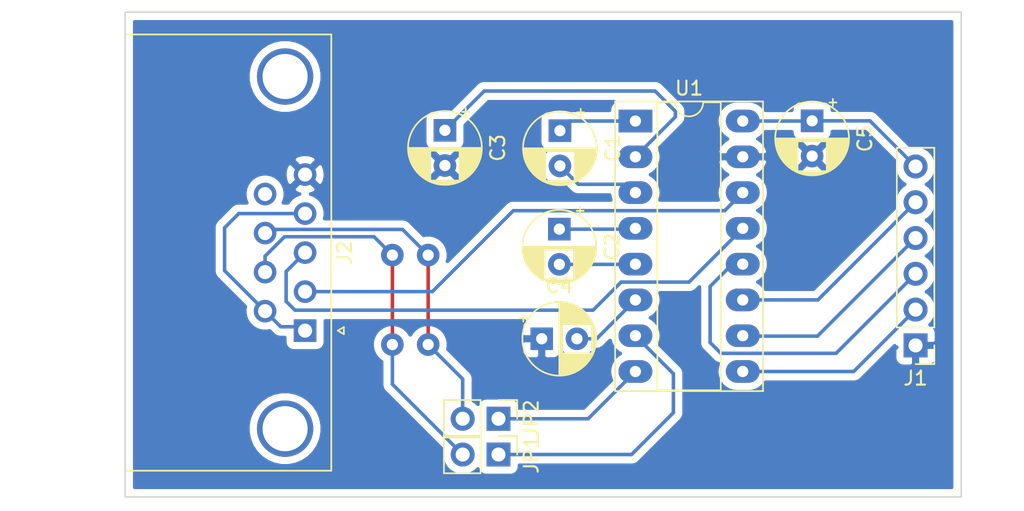
<source format=kicad_pcb>
(kicad_pcb (version 20171130) (host pcbnew "(5.1.6)-1")

  (general
    (thickness 1.6)
    (drawings 4)
    (tracks 75)
    (zones 0)
    (modules 10)
    (nets 21)
  )

  (page A4)
  (layers
    (0 F.Cu signal)
    (31 B.Cu signal)
    (32 B.Adhes user)
    (33 F.Adhes user)
    (34 B.Paste user)
    (35 F.Paste user)
    (36 B.SilkS user)
    (37 F.SilkS user)
    (38 B.Mask user)
    (39 F.Mask user)
    (40 Dwgs.User user)
    (41 Cmts.User user)
    (42 Eco1.User user)
    (43 Eco2.User user)
    (44 Edge.Cuts user)
    (45 Margin user)
    (46 B.CrtYd user)
    (47 F.CrtYd user)
    (48 B.Fab user)
    (49 F.Fab user)
  )

  (setup
    (last_trace_width 0.25)
    (trace_clearance 0.2)
    (zone_clearance 0.508)
    (zone_45_only no)
    (trace_min 0.2)
    (via_size 1.6)
    (via_drill 0.8)
    (via_min_size 0.4)
    (via_min_drill 0.3)
    (uvia_size 0.3)
    (uvia_drill 0.1)
    (uvias_allowed no)
    (uvia_min_size 0.2)
    (uvia_min_drill 0.1)
    (edge_width 0.05)
    (segment_width 0.2)
    (pcb_text_width 0.3)
    (pcb_text_size 1.5 1.5)
    (mod_edge_width 0.12)
    (mod_text_size 1 1)
    (mod_text_width 0.15)
    (pad_size 1.524 1.524)
    (pad_drill 0.762)
    (pad_to_mask_clearance 0.4)
    (aux_axis_origin 0 0)
    (grid_origin 143.129 83.76158)
    (visible_elements 7FFFFFFF)
    (pcbplotparams
      (layerselection 0x00040_fffffffe)
      (usegerberextensions false)
      (usegerberattributes true)
      (usegerberadvancedattributes true)
      (creategerberjobfile true)
      (excludeedgelayer true)
      (linewidth 0.100000)
      (plotframeref false)
      (viasonmask false)
      (mode 1)
      (useauxorigin false)
      (hpglpennumber 1)
      (hpglpenspeed 20)
      (hpglpendiameter 15.000000)
      (psnegative false)
      (psa4output false)
      (plotreference true)
      (plotvalue true)
      (plotinvisibletext false)
      (padsonsilk false)
      (subtractmaskfromsilk false)
      (outputformat 5)
      (mirror false)
      (drillshape 2)
      (scaleselection 1)
      (outputdirectory "out/"))
  )

  (net 0 "")
  (net 1 "Net-(C1-Pad2)")
  (net 2 "Net-(C1-Pad1)")
  (net 3 "Net-(C2-Pad2)")
  (net 4 "Net-(C2-Pad1)")
  (net 5 GND)
  (net 6 "Net-(C3-Pad1)")
  (net 7 "Net-(C4-Pad2)")
  (net 8 VCC)
  (net 9 "Net-(J1-Pad5)")
  (net 10 "Net-(J1-Pad4)")
  (net 11 "Net-(J1-Pad3)")
  (net 12 "Net-(J1-Pad2)")
  (net 13 "Net-(J2-Pad9)")
  (net 14 "Net-(J2-Pad8)")
  (net 15 "Net-(J2-Pad7)")
  (net 16 "Net-(J2-Pad1)")
  (net 17 "Net-(J2-Pad3)")
  (net 18 "Net-(J2-Pad2)")
  (net 19 "Net-(JP1-Pad1)")
  (net 20 "Net-(JP2-Pad1)")

  (net_class Default "This is the default net class."
    (clearance 0.2)
    (trace_width 0.25)
    (via_dia 1.6)
    (via_drill 0.8)
    (uvia_dia 0.3)
    (uvia_drill 0.1)
    (add_net GND)
    (add_net "Net-(C1-Pad1)")
    (add_net "Net-(C1-Pad2)")
    (add_net "Net-(C2-Pad1)")
    (add_net "Net-(C2-Pad2)")
    (add_net "Net-(C3-Pad1)")
    (add_net "Net-(C4-Pad2)")
    (add_net "Net-(J1-Pad2)")
    (add_net "Net-(J1-Pad3)")
    (add_net "Net-(J1-Pad4)")
    (add_net "Net-(J1-Pad5)")
    (add_net "Net-(J2-Pad1)")
    (add_net "Net-(J2-Pad2)")
    (add_net "Net-(J2-Pad3)")
    (add_net "Net-(J2-Pad7)")
    (add_net "Net-(J2-Pad8)")
    (add_net "Net-(J2-Pad9)")
    (add_net "Net-(JP1-Pad1)")
    (add_net "Net-(JP2-Pad1)")
    (add_net VCC)
  )

  (module Package_DIP:DIP-16_W7.62mm_Socket_LongPads (layer F.Cu) (tedit 5A02E8C5) (tstamp 5F05C7A2)
    (at 156.57068 83.1342)
    (descr "16-lead though-hole mounted DIP package, row spacing 7.62 mm (300 mils), Socket, LongPads")
    (tags "THT DIP DIL PDIP 2.54mm 7.62mm 300mil Socket LongPads")
    (path /5F053A2C)
    (fp_text reference U1 (at 3.81 -2.33) (layer F.SilkS)
      (effects (font (size 1 1) (thickness 0.15)))
    )
    (fp_text value MAX232 (at 3.81 20.11) (layer F.Fab)
      (effects (font (size 1 1) (thickness 0.15)))
    )
    (fp_line (start 9.15 -1.6) (end -1.55 -1.6) (layer F.CrtYd) (width 0.05))
    (fp_line (start 9.15 19.4) (end 9.15 -1.6) (layer F.CrtYd) (width 0.05))
    (fp_line (start -1.55 19.4) (end 9.15 19.4) (layer F.CrtYd) (width 0.05))
    (fp_line (start -1.55 -1.6) (end -1.55 19.4) (layer F.CrtYd) (width 0.05))
    (fp_line (start 9.06 -1.39) (end -1.44 -1.39) (layer F.SilkS) (width 0.12))
    (fp_line (start 9.06 19.17) (end 9.06 -1.39) (layer F.SilkS) (width 0.12))
    (fp_line (start -1.44 19.17) (end 9.06 19.17) (layer F.SilkS) (width 0.12))
    (fp_line (start -1.44 -1.39) (end -1.44 19.17) (layer F.SilkS) (width 0.12))
    (fp_line (start 6.06 -1.33) (end 4.81 -1.33) (layer F.SilkS) (width 0.12))
    (fp_line (start 6.06 19.11) (end 6.06 -1.33) (layer F.SilkS) (width 0.12))
    (fp_line (start 1.56 19.11) (end 6.06 19.11) (layer F.SilkS) (width 0.12))
    (fp_line (start 1.56 -1.33) (end 1.56 19.11) (layer F.SilkS) (width 0.12))
    (fp_line (start 2.81 -1.33) (end 1.56 -1.33) (layer F.SilkS) (width 0.12))
    (fp_line (start 8.89 -1.33) (end -1.27 -1.33) (layer F.Fab) (width 0.1))
    (fp_line (start 8.89 19.11) (end 8.89 -1.33) (layer F.Fab) (width 0.1))
    (fp_line (start -1.27 19.11) (end 8.89 19.11) (layer F.Fab) (width 0.1))
    (fp_line (start -1.27 -1.33) (end -1.27 19.11) (layer F.Fab) (width 0.1))
    (fp_line (start 0.635 -0.27) (end 1.635 -1.27) (layer F.Fab) (width 0.1))
    (fp_line (start 0.635 19.05) (end 0.635 -0.27) (layer F.Fab) (width 0.1))
    (fp_line (start 6.985 19.05) (end 0.635 19.05) (layer F.Fab) (width 0.1))
    (fp_line (start 6.985 -1.27) (end 6.985 19.05) (layer F.Fab) (width 0.1))
    (fp_line (start 1.635 -1.27) (end 6.985 -1.27) (layer F.Fab) (width 0.1))
    (fp_text user %R (at 3.81 8.89) (layer F.Fab)
      (effects (font (size 1 1) (thickness 0.15)))
    )
    (fp_arc (start 3.81 -1.33) (end 2.81 -1.33) (angle -180) (layer F.SilkS) (width 0.12))
    (pad 16 thru_hole oval (at 7.62 0) (size 2.4 1.6) (drill 0.8) (layers *.Cu *.Mask)
      (net 8 VCC))
    (pad 8 thru_hole oval (at 0 17.78) (size 2.4 1.6) (drill 0.8) (layers *.Cu *.Mask)
      (net 20 "Net-(JP2-Pad1)"))
    (pad 15 thru_hole oval (at 7.62 2.54) (size 2.4 1.6) (drill 0.8) (layers *.Cu *.Mask)
      (net 5 GND))
    (pad 7 thru_hole oval (at 0 15.24) (size 2.4 1.6) (drill 0.8) (layers *.Cu *.Mask)
      (net 19 "Net-(JP1-Pad1)"))
    (pad 14 thru_hole oval (at 7.62 5.08) (size 2.4 1.6) (drill 0.8) (layers *.Cu *.Mask)
      (net 18 "Net-(J2-Pad2)"))
    (pad 6 thru_hole oval (at 0 12.7) (size 2.4 1.6) (drill 0.8) (layers *.Cu *.Mask)
      (net 7 "Net-(C4-Pad2)"))
    (pad 13 thru_hole oval (at 7.62 7.62) (size 2.4 1.6) (drill 0.8) (layers *.Cu *.Mask)
      (net 17 "Net-(J2-Pad3)"))
    (pad 5 thru_hole oval (at 0 10.16) (size 2.4 1.6) (drill 0.8) (layers *.Cu *.Mask)
      (net 3 "Net-(C2-Pad2)"))
    (pad 12 thru_hole oval (at 7.62 10.16) (size 2.4 1.6) (drill 0.8) (layers *.Cu *.Mask)
      (net 11 "Net-(J1-Pad3)"))
    (pad 4 thru_hole oval (at 0 7.62) (size 2.4 1.6) (drill 0.8) (layers *.Cu *.Mask)
      (net 4 "Net-(C2-Pad1)"))
    (pad 11 thru_hole oval (at 7.62 12.7) (size 2.4 1.6) (drill 0.8) (layers *.Cu *.Mask)
      (net 9 "Net-(J1-Pad5)"))
    (pad 3 thru_hole oval (at 0 5.08) (size 2.4 1.6) (drill 0.8) (layers *.Cu *.Mask)
      (net 1 "Net-(C1-Pad2)"))
    (pad 10 thru_hole oval (at 7.62 15.24) (size 2.4 1.6) (drill 0.8) (layers *.Cu *.Mask)
      (net 10 "Net-(J1-Pad4)"))
    (pad 2 thru_hole oval (at 0 2.54) (size 2.4 1.6) (drill 0.8) (layers *.Cu *.Mask)
      (net 6 "Net-(C3-Pad1)"))
    (pad 9 thru_hole oval (at 7.62 17.78) (size 2.4 1.6) (drill 0.8) (layers *.Cu *.Mask)
      (net 12 "Net-(J1-Pad2)"))
    (pad 1 thru_hole rect (at 0 0) (size 2.4 1.6) (drill 0.8) (layers *.Cu *.Mask)
      (net 2 "Net-(C1-Pad1)"))
    (model ${KISYS3DMOD}/Package_DIP.3dshapes/DIP-16_W7.62mm_Socket.wrl
      (at (xyz 0 0 0))
      (scale (xyz 1 1 1))
      (rotate (xyz 0 0 0))
    )
  )

  (module Connector_Dsub:DSUB-9_Female_Horizontal_P2.77x2.84mm_EdgePinOffset9.90mm_Housed_MountingHolesOffset11.32mm (layer F.Cu) (tedit 59FEDEE2) (tstamp 5F05C74A)
    (at 133.1214 98.01352 270)
    (descr "9-pin D-Sub connector, horizontal/angled (90 deg), THT-mount, female, pitch 2.77x2.84mm, pin-PCB-offset 9.9mm, distance of mounting holes 25mm, distance of mounting holes to PCB edge 11.32mm, see https://disti-assets.s3.amazonaws.com/tonar/files/datasheets/16730.pdf")
    (tags "9-pin D-Sub connector horizontal angled 90deg THT female pitch 2.77x2.84mm pin-PCB-offset 9.9mm mounting-holes-distance 25mm mounting-hole-offset 25mm")
    (path /5F052F1B)
    (fp_text reference J2 (at -5.54 -2.8 90) (layer F.SilkS)
      (effects (font (size 1 1) (thickness 0.15)))
    )
    (fp_text value DB9_Female (at -5.54 20.81 90) (layer F.Fab)
      (effects (font (size 1 1) (thickness 0.15)))
    )
    (fp_text user %R (at -5.54 16.225 90) (layer F.Fab)
      (effects (font (size 1 1) (thickness 0.15)))
    )
    (fp_arc (start 6.96 1.42) (end 5.36 1.42) (angle 180) (layer F.Fab) (width 0.1))
    (fp_arc (start -18.04 1.42) (end -19.64 1.42) (angle 180) (layer F.Fab) (width 0.1))
    (fp_line (start -20.965 -1.8) (end -20.965 12.74) (layer F.Fab) (width 0.1))
    (fp_line (start -20.965 12.74) (end 9.885 12.74) (layer F.Fab) (width 0.1))
    (fp_line (start 9.885 12.74) (end 9.885 -1.8) (layer F.Fab) (width 0.1))
    (fp_line (start 9.885 -1.8) (end -20.965 -1.8) (layer F.Fab) (width 0.1))
    (fp_line (start -20.965 12.74) (end -20.965 13.14) (layer F.Fab) (width 0.1))
    (fp_line (start -20.965 13.14) (end 9.885 13.14) (layer F.Fab) (width 0.1))
    (fp_line (start 9.885 13.14) (end 9.885 12.74) (layer F.Fab) (width 0.1))
    (fp_line (start 9.885 12.74) (end -20.965 12.74) (layer F.Fab) (width 0.1))
    (fp_line (start -13.69 13.14) (end -13.69 19.31) (layer F.Fab) (width 0.1))
    (fp_line (start -13.69 19.31) (end 2.61 19.31) (layer F.Fab) (width 0.1))
    (fp_line (start 2.61 19.31) (end 2.61 13.14) (layer F.Fab) (width 0.1))
    (fp_line (start 2.61 13.14) (end -13.69 13.14) (layer F.Fab) (width 0.1))
    (fp_line (start -20.54 13.14) (end -20.54 18.14) (layer F.Fab) (width 0.1))
    (fp_line (start -20.54 18.14) (end -15.54 18.14) (layer F.Fab) (width 0.1))
    (fp_line (start -15.54 18.14) (end -15.54 13.14) (layer F.Fab) (width 0.1))
    (fp_line (start -15.54 13.14) (end -20.54 13.14) (layer F.Fab) (width 0.1))
    (fp_line (start 4.46 13.14) (end 4.46 18.14) (layer F.Fab) (width 0.1))
    (fp_line (start 4.46 18.14) (end 9.46 18.14) (layer F.Fab) (width 0.1))
    (fp_line (start 9.46 18.14) (end 9.46 13.14) (layer F.Fab) (width 0.1))
    (fp_line (start 9.46 13.14) (end 4.46 13.14) (layer F.Fab) (width 0.1))
    (fp_line (start -19.64 12.74) (end -19.64 1.42) (layer F.Fab) (width 0.1))
    (fp_line (start -16.44 12.74) (end -16.44 1.42) (layer F.Fab) (width 0.1))
    (fp_line (start 5.36 12.74) (end 5.36 1.42) (layer F.Fab) (width 0.1))
    (fp_line (start 8.56 12.74) (end 8.56 1.42) (layer F.Fab) (width 0.1))
    (fp_line (start -21.025 12.68) (end -21.025 -1.86) (layer F.SilkS) (width 0.12))
    (fp_line (start -21.025 -1.86) (end 9.945 -1.86) (layer F.SilkS) (width 0.12))
    (fp_line (start 9.945 -1.86) (end 9.945 12.68) (layer F.SilkS) (width 0.12))
    (fp_line (start -0.25 -2.754338) (end 0.25 -2.754338) (layer F.SilkS) (width 0.12))
    (fp_line (start 0.25 -2.754338) (end 0 -2.321325) (layer F.SilkS) (width 0.12))
    (fp_line (start 0 -2.321325) (end -0.25 -2.754338) (layer F.SilkS) (width 0.12))
    (fp_line (start -21.5 -2.35) (end -21.5 19.85) (layer F.CrtYd) (width 0.05))
    (fp_line (start -21.5 19.85) (end 10.4 19.85) (layer F.CrtYd) (width 0.05))
    (fp_line (start 10.4 19.85) (end 10.4 -2.35) (layer F.CrtYd) (width 0.05))
    (fp_line (start 10.4 -2.35) (end -21.5 -2.35) (layer F.CrtYd) (width 0.05))
    (pad 0 thru_hole circle (at 6.96 1.42 270) (size 4 4) (drill 3.2) (layers *.Cu *.Mask))
    (pad 0 thru_hole circle (at -18.04 1.42 270) (size 4 4) (drill 3.2) (layers *.Cu *.Mask))
    (pad 9 thru_hole circle (at -9.695 2.84 270) (size 1.6 1.6) (drill 1) (layers *.Cu *.Mask)
      (net 13 "Net-(J2-Pad9)"))
    (pad 8 thru_hole circle (at -6.925 2.84 270) (size 1.6 1.6) (drill 1) (layers *.Cu *.Mask)
      (net 14 "Net-(J2-Pad8)"))
    (pad 7 thru_hole circle (at -4.155 2.84 270) (size 1.6 1.6) (drill 1) (layers *.Cu *.Mask)
      (net 15 "Net-(J2-Pad7)"))
    (pad 6 thru_hole circle (at -1.385 2.84 270) (size 1.6 1.6) (drill 1) (layers *.Cu *.Mask)
      (net 16 "Net-(J2-Pad1)"))
    (pad 5 thru_hole circle (at -11.08 0 270) (size 1.6 1.6) (drill 1) (layers *.Cu *.Mask)
      (net 5 GND))
    (pad 4 thru_hole circle (at -8.31 0 270) (size 1.6 1.6) (drill 1) (layers *.Cu *.Mask)
      (net 16 "Net-(J2-Pad1)"))
    (pad 3 thru_hole circle (at -5.54 0 270) (size 1.6 1.6) (drill 1) (layers *.Cu *.Mask)
      (net 17 "Net-(J2-Pad3)"))
    (pad 2 thru_hole circle (at -2.77 0 270) (size 1.6 1.6) (drill 1) (layers *.Cu *.Mask)
      (net 18 "Net-(J2-Pad2)"))
    (pad 1 thru_hole rect (at 0 0 270) (size 1.6 1.6) (drill 1) (layers *.Cu *.Mask)
      (net 16 "Net-(J2-Pad1)"))
    (model ${KISYS3DMOD}/Connector_Dsub.3dshapes/DSUB-9_Female_Horizontal_P2.77x2.84mm_EdgePinOffset9.90mm_Housed_MountingHolesOffset11.32mm.wrl
      (at (xyz 0 0 0))
      (scale (xyz 1 1 1))
      (rotate (xyz 0 0 0))
    )
  )

  (module Capacitor_THT:CP_Radial_D5.0mm_P2.50mm (layer F.Cu) (tedit 5AE50EF0) (tstamp 5F05C6FC)
    (at 169.11574 83.1215 270)
    (descr "CP, Radial series, Radial, pin pitch=2.50mm, , diameter=5mm, Electrolytic Capacitor")
    (tags "CP Radial series Radial pin pitch 2.50mm  diameter 5mm Electrolytic Capacitor")
    (path /5F082D3E)
    (fp_text reference C5 (at 1.25 -3.75 90) (layer F.SilkS)
      (effects (font (size 1 1) (thickness 0.15)))
    )
    (fp_text value 1uF (at 1.25 3.75 90) (layer F.Fab)
      (effects (font (size 1 1) (thickness 0.15)))
    )
    (fp_text user %R (at 1.25 0 90) (layer F.Fab)
      (effects (font (size 1 1) (thickness 0.15)))
    )
    (fp_circle (center 1.25 0) (end 3.75 0) (layer F.Fab) (width 0.1))
    (fp_circle (center 1.25 0) (end 3.87 0) (layer F.SilkS) (width 0.12))
    (fp_circle (center 1.25 0) (end 4 0) (layer F.CrtYd) (width 0.05))
    (fp_line (start -0.883605 -1.0875) (end -0.383605 -1.0875) (layer F.Fab) (width 0.1))
    (fp_line (start -0.633605 -1.3375) (end -0.633605 -0.8375) (layer F.Fab) (width 0.1))
    (fp_line (start 1.25 -2.58) (end 1.25 2.58) (layer F.SilkS) (width 0.12))
    (fp_line (start 1.29 -2.58) (end 1.29 2.58) (layer F.SilkS) (width 0.12))
    (fp_line (start 1.33 -2.579) (end 1.33 2.579) (layer F.SilkS) (width 0.12))
    (fp_line (start 1.37 -2.578) (end 1.37 2.578) (layer F.SilkS) (width 0.12))
    (fp_line (start 1.41 -2.576) (end 1.41 2.576) (layer F.SilkS) (width 0.12))
    (fp_line (start 1.45 -2.573) (end 1.45 2.573) (layer F.SilkS) (width 0.12))
    (fp_line (start 1.49 -2.569) (end 1.49 -1.04) (layer F.SilkS) (width 0.12))
    (fp_line (start 1.49 1.04) (end 1.49 2.569) (layer F.SilkS) (width 0.12))
    (fp_line (start 1.53 -2.565) (end 1.53 -1.04) (layer F.SilkS) (width 0.12))
    (fp_line (start 1.53 1.04) (end 1.53 2.565) (layer F.SilkS) (width 0.12))
    (fp_line (start 1.57 -2.561) (end 1.57 -1.04) (layer F.SilkS) (width 0.12))
    (fp_line (start 1.57 1.04) (end 1.57 2.561) (layer F.SilkS) (width 0.12))
    (fp_line (start 1.61 -2.556) (end 1.61 -1.04) (layer F.SilkS) (width 0.12))
    (fp_line (start 1.61 1.04) (end 1.61 2.556) (layer F.SilkS) (width 0.12))
    (fp_line (start 1.65 -2.55) (end 1.65 -1.04) (layer F.SilkS) (width 0.12))
    (fp_line (start 1.65 1.04) (end 1.65 2.55) (layer F.SilkS) (width 0.12))
    (fp_line (start 1.69 -2.543) (end 1.69 -1.04) (layer F.SilkS) (width 0.12))
    (fp_line (start 1.69 1.04) (end 1.69 2.543) (layer F.SilkS) (width 0.12))
    (fp_line (start 1.73 -2.536) (end 1.73 -1.04) (layer F.SilkS) (width 0.12))
    (fp_line (start 1.73 1.04) (end 1.73 2.536) (layer F.SilkS) (width 0.12))
    (fp_line (start 1.77 -2.528) (end 1.77 -1.04) (layer F.SilkS) (width 0.12))
    (fp_line (start 1.77 1.04) (end 1.77 2.528) (layer F.SilkS) (width 0.12))
    (fp_line (start 1.81 -2.52) (end 1.81 -1.04) (layer F.SilkS) (width 0.12))
    (fp_line (start 1.81 1.04) (end 1.81 2.52) (layer F.SilkS) (width 0.12))
    (fp_line (start 1.85 -2.511) (end 1.85 -1.04) (layer F.SilkS) (width 0.12))
    (fp_line (start 1.85 1.04) (end 1.85 2.511) (layer F.SilkS) (width 0.12))
    (fp_line (start 1.89 -2.501) (end 1.89 -1.04) (layer F.SilkS) (width 0.12))
    (fp_line (start 1.89 1.04) (end 1.89 2.501) (layer F.SilkS) (width 0.12))
    (fp_line (start 1.93 -2.491) (end 1.93 -1.04) (layer F.SilkS) (width 0.12))
    (fp_line (start 1.93 1.04) (end 1.93 2.491) (layer F.SilkS) (width 0.12))
    (fp_line (start 1.971 -2.48) (end 1.971 -1.04) (layer F.SilkS) (width 0.12))
    (fp_line (start 1.971 1.04) (end 1.971 2.48) (layer F.SilkS) (width 0.12))
    (fp_line (start 2.011 -2.468) (end 2.011 -1.04) (layer F.SilkS) (width 0.12))
    (fp_line (start 2.011 1.04) (end 2.011 2.468) (layer F.SilkS) (width 0.12))
    (fp_line (start 2.051 -2.455) (end 2.051 -1.04) (layer F.SilkS) (width 0.12))
    (fp_line (start 2.051 1.04) (end 2.051 2.455) (layer F.SilkS) (width 0.12))
    (fp_line (start 2.091 -2.442) (end 2.091 -1.04) (layer F.SilkS) (width 0.12))
    (fp_line (start 2.091 1.04) (end 2.091 2.442) (layer F.SilkS) (width 0.12))
    (fp_line (start 2.131 -2.428) (end 2.131 -1.04) (layer F.SilkS) (width 0.12))
    (fp_line (start 2.131 1.04) (end 2.131 2.428) (layer F.SilkS) (width 0.12))
    (fp_line (start 2.171 -2.414) (end 2.171 -1.04) (layer F.SilkS) (width 0.12))
    (fp_line (start 2.171 1.04) (end 2.171 2.414) (layer F.SilkS) (width 0.12))
    (fp_line (start 2.211 -2.398) (end 2.211 -1.04) (layer F.SilkS) (width 0.12))
    (fp_line (start 2.211 1.04) (end 2.211 2.398) (layer F.SilkS) (width 0.12))
    (fp_line (start 2.251 -2.382) (end 2.251 -1.04) (layer F.SilkS) (width 0.12))
    (fp_line (start 2.251 1.04) (end 2.251 2.382) (layer F.SilkS) (width 0.12))
    (fp_line (start 2.291 -2.365) (end 2.291 -1.04) (layer F.SilkS) (width 0.12))
    (fp_line (start 2.291 1.04) (end 2.291 2.365) (layer F.SilkS) (width 0.12))
    (fp_line (start 2.331 -2.348) (end 2.331 -1.04) (layer F.SilkS) (width 0.12))
    (fp_line (start 2.331 1.04) (end 2.331 2.348) (layer F.SilkS) (width 0.12))
    (fp_line (start 2.371 -2.329) (end 2.371 -1.04) (layer F.SilkS) (width 0.12))
    (fp_line (start 2.371 1.04) (end 2.371 2.329) (layer F.SilkS) (width 0.12))
    (fp_line (start 2.411 -2.31) (end 2.411 -1.04) (layer F.SilkS) (width 0.12))
    (fp_line (start 2.411 1.04) (end 2.411 2.31) (layer F.SilkS) (width 0.12))
    (fp_line (start 2.451 -2.29) (end 2.451 -1.04) (layer F.SilkS) (width 0.12))
    (fp_line (start 2.451 1.04) (end 2.451 2.29) (layer F.SilkS) (width 0.12))
    (fp_line (start 2.491 -2.268) (end 2.491 -1.04) (layer F.SilkS) (width 0.12))
    (fp_line (start 2.491 1.04) (end 2.491 2.268) (layer F.SilkS) (width 0.12))
    (fp_line (start 2.531 -2.247) (end 2.531 -1.04) (layer F.SilkS) (width 0.12))
    (fp_line (start 2.531 1.04) (end 2.531 2.247) (layer F.SilkS) (width 0.12))
    (fp_line (start 2.571 -2.224) (end 2.571 -1.04) (layer F.SilkS) (width 0.12))
    (fp_line (start 2.571 1.04) (end 2.571 2.224) (layer F.SilkS) (width 0.12))
    (fp_line (start 2.611 -2.2) (end 2.611 -1.04) (layer F.SilkS) (width 0.12))
    (fp_line (start 2.611 1.04) (end 2.611 2.2) (layer F.SilkS) (width 0.12))
    (fp_line (start 2.651 -2.175) (end 2.651 -1.04) (layer F.SilkS) (width 0.12))
    (fp_line (start 2.651 1.04) (end 2.651 2.175) (layer F.SilkS) (width 0.12))
    (fp_line (start 2.691 -2.149) (end 2.691 -1.04) (layer F.SilkS) (width 0.12))
    (fp_line (start 2.691 1.04) (end 2.691 2.149) (layer F.SilkS) (width 0.12))
    (fp_line (start 2.731 -2.122) (end 2.731 -1.04) (layer F.SilkS) (width 0.12))
    (fp_line (start 2.731 1.04) (end 2.731 2.122) (layer F.SilkS) (width 0.12))
    (fp_line (start 2.771 -2.095) (end 2.771 -1.04) (layer F.SilkS) (width 0.12))
    (fp_line (start 2.771 1.04) (end 2.771 2.095) (layer F.SilkS) (width 0.12))
    (fp_line (start 2.811 -2.065) (end 2.811 -1.04) (layer F.SilkS) (width 0.12))
    (fp_line (start 2.811 1.04) (end 2.811 2.065) (layer F.SilkS) (width 0.12))
    (fp_line (start 2.851 -2.035) (end 2.851 -1.04) (layer F.SilkS) (width 0.12))
    (fp_line (start 2.851 1.04) (end 2.851 2.035) (layer F.SilkS) (width 0.12))
    (fp_line (start 2.891 -2.004) (end 2.891 -1.04) (layer F.SilkS) (width 0.12))
    (fp_line (start 2.891 1.04) (end 2.891 2.004) (layer F.SilkS) (width 0.12))
    (fp_line (start 2.931 -1.971) (end 2.931 -1.04) (layer F.SilkS) (width 0.12))
    (fp_line (start 2.931 1.04) (end 2.931 1.971) (layer F.SilkS) (width 0.12))
    (fp_line (start 2.971 -1.937) (end 2.971 -1.04) (layer F.SilkS) (width 0.12))
    (fp_line (start 2.971 1.04) (end 2.971 1.937) (layer F.SilkS) (width 0.12))
    (fp_line (start 3.011 -1.901) (end 3.011 -1.04) (layer F.SilkS) (width 0.12))
    (fp_line (start 3.011 1.04) (end 3.011 1.901) (layer F.SilkS) (width 0.12))
    (fp_line (start 3.051 -1.864) (end 3.051 -1.04) (layer F.SilkS) (width 0.12))
    (fp_line (start 3.051 1.04) (end 3.051 1.864) (layer F.SilkS) (width 0.12))
    (fp_line (start 3.091 -1.826) (end 3.091 -1.04) (layer F.SilkS) (width 0.12))
    (fp_line (start 3.091 1.04) (end 3.091 1.826) (layer F.SilkS) (width 0.12))
    (fp_line (start 3.131 -1.785) (end 3.131 -1.04) (layer F.SilkS) (width 0.12))
    (fp_line (start 3.131 1.04) (end 3.131 1.785) (layer F.SilkS) (width 0.12))
    (fp_line (start 3.171 -1.743) (end 3.171 -1.04) (layer F.SilkS) (width 0.12))
    (fp_line (start 3.171 1.04) (end 3.171 1.743) (layer F.SilkS) (width 0.12))
    (fp_line (start 3.211 -1.699) (end 3.211 -1.04) (layer F.SilkS) (width 0.12))
    (fp_line (start 3.211 1.04) (end 3.211 1.699) (layer F.SilkS) (width 0.12))
    (fp_line (start 3.251 -1.653) (end 3.251 -1.04) (layer F.SilkS) (width 0.12))
    (fp_line (start 3.251 1.04) (end 3.251 1.653) (layer F.SilkS) (width 0.12))
    (fp_line (start 3.291 -1.605) (end 3.291 -1.04) (layer F.SilkS) (width 0.12))
    (fp_line (start 3.291 1.04) (end 3.291 1.605) (layer F.SilkS) (width 0.12))
    (fp_line (start 3.331 -1.554) (end 3.331 -1.04) (layer F.SilkS) (width 0.12))
    (fp_line (start 3.331 1.04) (end 3.331 1.554) (layer F.SilkS) (width 0.12))
    (fp_line (start 3.371 -1.5) (end 3.371 -1.04) (layer F.SilkS) (width 0.12))
    (fp_line (start 3.371 1.04) (end 3.371 1.5) (layer F.SilkS) (width 0.12))
    (fp_line (start 3.411 -1.443) (end 3.411 -1.04) (layer F.SilkS) (width 0.12))
    (fp_line (start 3.411 1.04) (end 3.411 1.443) (layer F.SilkS) (width 0.12))
    (fp_line (start 3.451 -1.383) (end 3.451 -1.04) (layer F.SilkS) (width 0.12))
    (fp_line (start 3.451 1.04) (end 3.451 1.383) (layer F.SilkS) (width 0.12))
    (fp_line (start 3.491 -1.319) (end 3.491 -1.04) (layer F.SilkS) (width 0.12))
    (fp_line (start 3.491 1.04) (end 3.491 1.319) (layer F.SilkS) (width 0.12))
    (fp_line (start 3.531 -1.251) (end 3.531 -1.04) (layer F.SilkS) (width 0.12))
    (fp_line (start 3.531 1.04) (end 3.531 1.251) (layer F.SilkS) (width 0.12))
    (fp_line (start 3.571 -1.178) (end 3.571 1.178) (layer F.SilkS) (width 0.12))
    (fp_line (start 3.611 -1.098) (end 3.611 1.098) (layer F.SilkS) (width 0.12))
    (fp_line (start 3.651 -1.011) (end 3.651 1.011) (layer F.SilkS) (width 0.12))
    (fp_line (start 3.691 -0.915) (end 3.691 0.915) (layer F.SilkS) (width 0.12))
    (fp_line (start 3.731 -0.805) (end 3.731 0.805) (layer F.SilkS) (width 0.12))
    (fp_line (start 3.771 -0.677) (end 3.771 0.677) (layer F.SilkS) (width 0.12))
    (fp_line (start 3.811 -0.518) (end 3.811 0.518) (layer F.SilkS) (width 0.12))
    (fp_line (start 3.851 -0.284) (end 3.851 0.284) (layer F.SilkS) (width 0.12))
    (fp_line (start -1.554775 -1.475) (end -1.054775 -1.475) (layer F.SilkS) (width 0.12))
    (fp_line (start -1.304775 -1.725) (end -1.304775 -1.225) (layer F.SilkS) (width 0.12))
    (pad 2 thru_hole circle (at 2.5 0 270) (size 1.6 1.6) (drill 0.8) (layers *.Cu *.Mask)
      (net 5 GND))
    (pad 1 thru_hole rect (at 0 0 270) (size 1.6 1.6) (drill 0.8) (layers *.Cu *.Mask)
      (net 8 VCC))
    (model ${KISYS3DMOD}/Capacitor_THT.3dshapes/CP_Radial_D5.0mm_P2.50mm.wrl
      (at (xyz 0 0 0))
      (scale (xyz 1 1 1))
      (rotate (xyz 0 0 0))
    )
  )

  (module Capacitor_THT:CP_Radial_D5.0mm_P2.50mm (layer F.Cu) (tedit 5AE50EF0) (tstamp 5F06DEA9)
    (at 149.92096 98.5901)
    (descr "CP, Radial series, Radial, pin pitch=2.50mm, , diameter=5mm, Electrolytic Capacitor")
    (tags "CP Radial series Radial pin pitch 2.50mm  diameter 5mm Electrolytic Capacitor")
    (path /5F054F63)
    (fp_text reference C4 (at 1.25 -3.75) (layer F.SilkS)
      (effects (font (size 1 1) (thickness 0.15)))
    )
    (fp_text value 1uF (at 1.25 3.75) (layer F.Fab)
      (effects (font (size 1 1) (thickness 0.15)))
    )
    (fp_text user %R (at 1.25 0) (layer F.Fab)
      (effects (font (size 1 1) (thickness 0.15)))
    )
    (fp_circle (center 1.25 0) (end 3.75 0) (layer F.Fab) (width 0.1))
    (fp_circle (center 1.25 0) (end 3.87 0) (layer F.SilkS) (width 0.12))
    (fp_circle (center 1.25 0) (end 4 0) (layer F.CrtYd) (width 0.05))
    (fp_line (start -0.883605 -1.0875) (end -0.383605 -1.0875) (layer F.Fab) (width 0.1))
    (fp_line (start -0.633605 -1.3375) (end -0.633605 -0.8375) (layer F.Fab) (width 0.1))
    (fp_line (start 1.25 -2.58) (end 1.25 2.58) (layer F.SilkS) (width 0.12))
    (fp_line (start 1.29 -2.58) (end 1.29 2.58) (layer F.SilkS) (width 0.12))
    (fp_line (start 1.33 -2.579) (end 1.33 2.579) (layer F.SilkS) (width 0.12))
    (fp_line (start 1.37 -2.578) (end 1.37 2.578) (layer F.SilkS) (width 0.12))
    (fp_line (start 1.41 -2.576) (end 1.41 2.576) (layer F.SilkS) (width 0.12))
    (fp_line (start 1.45 -2.573) (end 1.45 2.573) (layer F.SilkS) (width 0.12))
    (fp_line (start 1.49 -2.569) (end 1.49 -1.04) (layer F.SilkS) (width 0.12))
    (fp_line (start 1.49 1.04) (end 1.49 2.569) (layer F.SilkS) (width 0.12))
    (fp_line (start 1.53 -2.565) (end 1.53 -1.04) (layer F.SilkS) (width 0.12))
    (fp_line (start 1.53 1.04) (end 1.53 2.565) (layer F.SilkS) (width 0.12))
    (fp_line (start 1.57 -2.561) (end 1.57 -1.04) (layer F.SilkS) (width 0.12))
    (fp_line (start 1.57 1.04) (end 1.57 2.561) (layer F.SilkS) (width 0.12))
    (fp_line (start 1.61 -2.556) (end 1.61 -1.04) (layer F.SilkS) (width 0.12))
    (fp_line (start 1.61 1.04) (end 1.61 2.556) (layer F.SilkS) (width 0.12))
    (fp_line (start 1.65 -2.55) (end 1.65 -1.04) (layer F.SilkS) (width 0.12))
    (fp_line (start 1.65 1.04) (end 1.65 2.55) (layer F.SilkS) (width 0.12))
    (fp_line (start 1.69 -2.543) (end 1.69 -1.04) (layer F.SilkS) (width 0.12))
    (fp_line (start 1.69 1.04) (end 1.69 2.543) (layer F.SilkS) (width 0.12))
    (fp_line (start 1.73 -2.536) (end 1.73 -1.04) (layer F.SilkS) (width 0.12))
    (fp_line (start 1.73 1.04) (end 1.73 2.536) (layer F.SilkS) (width 0.12))
    (fp_line (start 1.77 -2.528) (end 1.77 -1.04) (layer F.SilkS) (width 0.12))
    (fp_line (start 1.77 1.04) (end 1.77 2.528) (layer F.SilkS) (width 0.12))
    (fp_line (start 1.81 -2.52) (end 1.81 -1.04) (layer F.SilkS) (width 0.12))
    (fp_line (start 1.81 1.04) (end 1.81 2.52) (layer F.SilkS) (width 0.12))
    (fp_line (start 1.85 -2.511) (end 1.85 -1.04) (layer F.SilkS) (width 0.12))
    (fp_line (start 1.85 1.04) (end 1.85 2.511) (layer F.SilkS) (width 0.12))
    (fp_line (start 1.89 -2.501) (end 1.89 -1.04) (layer F.SilkS) (width 0.12))
    (fp_line (start 1.89 1.04) (end 1.89 2.501) (layer F.SilkS) (width 0.12))
    (fp_line (start 1.93 -2.491) (end 1.93 -1.04) (layer F.SilkS) (width 0.12))
    (fp_line (start 1.93 1.04) (end 1.93 2.491) (layer F.SilkS) (width 0.12))
    (fp_line (start 1.971 -2.48) (end 1.971 -1.04) (layer F.SilkS) (width 0.12))
    (fp_line (start 1.971 1.04) (end 1.971 2.48) (layer F.SilkS) (width 0.12))
    (fp_line (start 2.011 -2.468) (end 2.011 -1.04) (layer F.SilkS) (width 0.12))
    (fp_line (start 2.011 1.04) (end 2.011 2.468) (layer F.SilkS) (width 0.12))
    (fp_line (start 2.051 -2.455) (end 2.051 -1.04) (layer F.SilkS) (width 0.12))
    (fp_line (start 2.051 1.04) (end 2.051 2.455) (layer F.SilkS) (width 0.12))
    (fp_line (start 2.091 -2.442) (end 2.091 -1.04) (layer F.SilkS) (width 0.12))
    (fp_line (start 2.091 1.04) (end 2.091 2.442) (layer F.SilkS) (width 0.12))
    (fp_line (start 2.131 -2.428) (end 2.131 -1.04) (layer F.SilkS) (width 0.12))
    (fp_line (start 2.131 1.04) (end 2.131 2.428) (layer F.SilkS) (width 0.12))
    (fp_line (start 2.171 -2.414) (end 2.171 -1.04) (layer F.SilkS) (width 0.12))
    (fp_line (start 2.171 1.04) (end 2.171 2.414) (layer F.SilkS) (width 0.12))
    (fp_line (start 2.211 -2.398) (end 2.211 -1.04) (layer F.SilkS) (width 0.12))
    (fp_line (start 2.211 1.04) (end 2.211 2.398) (layer F.SilkS) (width 0.12))
    (fp_line (start 2.251 -2.382) (end 2.251 -1.04) (layer F.SilkS) (width 0.12))
    (fp_line (start 2.251 1.04) (end 2.251 2.382) (layer F.SilkS) (width 0.12))
    (fp_line (start 2.291 -2.365) (end 2.291 -1.04) (layer F.SilkS) (width 0.12))
    (fp_line (start 2.291 1.04) (end 2.291 2.365) (layer F.SilkS) (width 0.12))
    (fp_line (start 2.331 -2.348) (end 2.331 -1.04) (layer F.SilkS) (width 0.12))
    (fp_line (start 2.331 1.04) (end 2.331 2.348) (layer F.SilkS) (width 0.12))
    (fp_line (start 2.371 -2.329) (end 2.371 -1.04) (layer F.SilkS) (width 0.12))
    (fp_line (start 2.371 1.04) (end 2.371 2.329) (layer F.SilkS) (width 0.12))
    (fp_line (start 2.411 -2.31) (end 2.411 -1.04) (layer F.SilkS) (width 0.12))
    (fp_line (start 2.411 1.04) (end 2.411 2.31) (layer F.SilkS) (width 0.12))
    (fp_line (start 2.451 -2.29) (end 2.451 -1.04) (layer F.SilkS) (width 0.12))
    (fp_line (start 2.451 1.04) (end 2.451 2.29) (layer F.SilkS) (width 0.12))
    (fp_line (start 2.491 -2.268) (end 2.491 -1.04) (layer F.SilkS) (width 0.12))
    (fp_line (start 2.491 1.04) (end 2.491 2.268) (layer F.SilkS) (width 0.12))
    (fp_line (start 2.531 -2.247) (end 2.531 -1.04) (layer F.SilkS) (width 0.12))
    (fp_line (start 2.531 1.04) (end 2.531 2.247) (layer F.SilkS) (width 0.12))
    (fp_line (start 2.571 -2.224) (end 2.571 -1.04) (layer F.SilkS) (width 0.12))
    (fp_line (start 2.571 1.04) (end 2.571 2.224) (layer F.SilkS) (width 0.12))
    (fp_line (start 2.611 -2.2) (end 2.611 -1.04) (layer F.SilkS) (width 0.12))
    (fp_line (start 2.611 1.04) (end 2.611 2.2) (layer F.SilkS) (width 0.12))
    (fp_line (start 2.651 -2.175) (end 2.651 -1.04) (layer F.SilkS) (width 0.12))
    (fp_line (start 2.651 1.04) (end 2.651 2.175) (layer F.SilkS) (width 0.12))
    (fp_line (start 2.691 -2.149) (end 2.691 -1.04) (layer F.SilkS) (width 0.12))
    (fp_line (start 2.691 1.04) (end 2.691 2.149) (layer F.SilkS) (width 0.12))
    (fp_line (start 2.731 -2.122) (end 2.731 -1.04) (layer F.SilkS) (width 0.12))
    (fp_line (start 2.731 1.04) (end 2.731 2.122) (layer F.SilkS) (width 0.12))
    (fp_line (start 2.771 -2.095) (end 2.771 -1.04) (layer F.SilkS) (width 0.12))
    (fp_line (start 2.771 1.04) (end 2.771 2.095) (layer F.SilkS) (width 0.12))
    (fp_line (start 2.811 -2.065) (end 2.811 -1.04) (layer F.SilkS) (width 0.12))
    (fp_line (start 2.811 1.04) (end 2.811 2.065) (layer F.SilkS) (width 0.12))
    (fp_line (start 2.851 -2.035) (end 2.851 -1.04) (layer F.SilkS) (width 0.12))
    (fp_line (start 2.851 1.04) (end 2.851 2.035) (layer F.SilkS) (width 0.12))
    (fp_line (start 2.891 -2.004) (end 2.891 -1.04) (layer F.SilkS) (width 0.12))
    (fp_line (start 2.891 1.04) (end 2.891 2.004) (layer F.SilkS) (width 0.12))
    (fp_line (start 2.931 -1.971) (end 2.931 -1.04) (layer F.SilkS) (width 0.12))
    (fp_line (start 2.931 1.04) (end 2.931 1.971) (layer F.SilkS) (width 0.12))
    (fp_line (start 2.971 -1.937) (end 2.971 -1.04) (layer F.SilkS) (width 0.12))
    (fp_line (start 2.971 1.04) (end 2.971 1.937) (layer F.SilkS) (width 0.12))
    (fp_line (start 3.011 -1.901) (end 3.011 -1.04) (layer F.SilkS) (width 0.12))
    (fp_line (start 3.011 1.04) (end 3.011 1.901) (layer F.SilkS) (width 0.12))
    (fp_line (start 3.051 -1.864) (end 3.051 -1.04) (layer F.SilkS) (width 0.12))
    (fp_line (start 3.051 1.04) (end 3.051 1.864) (layer F.SilkS) (width 0.12))
    (fp_line (start 3.091 -1.826) (end 3.091 -1.04) (layer F.SilkS) (width 0.12))
    (fp_line (start 3.091 1.04) (end 3.091 1.826) (layer F.SilkS) (width 0.12))
    (fp_line (start 3.131 -1.785) (end 3.131 -1.04) (layer F.SilkS) (width 0.12))
    (fp_line (start 3.131 1.04) (end 3.131 1.785) (layer F.SilkS) (width 0.12))
    (fp_line (start 3.171 -1.743) (end 3.171 -1.04) (layer F.SilkS) (width 0.12))
    (fp_line (start 3.171 1.04) (end 3.171 1.743) (layer F.SilkS) (width 0.12))
    (fp_line (start 3.211 -1.699) (end 3.211 -1.04) (layer F.SilkS) (width 0.12))
    (fp_line (start 3.211 1.04) (end 3.211 1.699) (layer F.SilkS) (width 0.12))
    (fp_line (start 3.251 -1.653) (end 3.251 -1.04) (layer F.SilkS) (width 0.12))
    (fp_line (start 3.251 1.04) (end 3.251 1.653) (layer F.SilkS) (width 0.12))
    (fp_line (start 3.291 -1.605) (end 3.291 -1.04) (layer F.SilkS) (width 0.12))
    (fp_line (start 3.291 1.04) (end 3.291 1.605) (layer F.SilkS) (width 0.12))
    (fp_line (start 3.331 -1.554) (end 3.331 -1.04) (layer F.SilkS) (width 0.12))
    (fp_line (start 3.331 1.04) (end 3.331 1.554) (layer F.SilkS) (width 0.12))
    (fp_line (start 3.371 -1.5) (end 3.371 -1.04) (layer F.SilkS) (width 0.12))
    (fp_line (start 3.371 1.04) (end 3.371 1.5) (layer F.SilkS) (width 0.12))
    (fp_line (start 3.411 -1.443) (end 3.411 -1.04) (layer F.SilkS) (width 0.12))
    (fp_line (start 3.411 1.04) (end 3.411 1.443) (layer F.SilkS) (width 0.12))
    (fp_line (start 3.451 -1.383) (end 3.451 -1.04) (layer F.SilkS) (width 0.12))
    (fp_line (start 3.451 1.04) (end 3.451 1.383) (layer F.SilkS) (width 0.12))
    (fp_line (start 3.491 -1.319) (end 3.491 -1.04) (layer F.SilkS) (width 0.12))
    (fp_line (start 3.491 1.04) (end 3.491 1.319) (layer F.SilkS) (width 0.12))
    (fp_line (start 3.531 -1.251) (end 3.531 -1.04) (layer F.SilkS) (width 0.12))
    (fp_line (start 3.531 1.04) (end 3.531 1.251) (layer F.SilkS) (width 0.12))
    (fp_line (start 3.571 -1.178) (end 3.571 1.178) (layer F.SilkS) (width 0.12))
    (fp_line (start 3.611 -1.098) (end 3.611 1.098) (layer F.SilkS) (width 0.12))
    (fp_line (start 3.651 -1.011) (end 3.651 1.011) (layer F.SilkS) (width 0.12))
    (fp_line (start 3.691 -0.915) (end 3.691 0.915) (layer F.SilkS) (width 0.12))
    (fp_line (start 3.731 -0.805) (end 3.731 0.805) (layer F.SilkS) (width 0.12))
    (fp_line (start 3.771 -0.677) (end 3.771 0.677) (layer F.SilkS) (width 0.12))
    (fp_line (start 3.811 -0.518) (end 3.811 0.518) (layer F.SilkS) (width 0.12))
    (fp_line (start 3.851 -0.284) (end 3.851 0.284) (layer F.SilkS) (width 0.12))
    (fp_line (start -1.554775 -1.475) (end -1.054775 -1.475) (layer F.SilkS) (width 0.12))
    (fp_line (start -1.304775 -1.725) (end -1.304775 -1.225) (layer F.SilkS) (width 0.12))
    (pad 2 thru_hole circle (at 2.5 0) (size 1.6 1.6) (drill 0.8) (layers *.Cu *.Mask)
      (net 7 "Net-(C4-Pad2)"))
    (pad 1 thru_hole rect (at 0 0) (size 1.6 1.6) (drill 0.8) (layers *.Cu *.Mask)
      (net 5 GND))
    (model ${KISYS3DMOD}/Capacitor_THT.3dshapes/CP_Radial_D5.0mm_P2.50mm.wrl
      (at (xyz 0 0 0))
      (scale (xyz 1 1 1))
      (rotate (xyz 0 0 0))
    )
  )

  (module Capacitor_THT:CP_Radial_D5.0mm_P2.50mm (layer F.Cu) (tedit 5AE50EF0) (tstamp 5F06BD97)
    (at 143.05026 83.79206 270)
    (descr "CP, Radial series, Radial, pin pitch=2.50mm, , diameter=5mm, Electrolytic Capacitor")
    (tags "CP Radial series Radial pin pitch 2.50mm  diameter 5mm Electrolytic Capacitor")
    (path /5F0551CC)
    (fp_text reference C3 (at 1.25 -3.75 90) (layer F.SilkS)
      (effects (font (size 1 1) (thickness 0.15)))
    )
    (fp_text value 1uF (at 1.25 3.75 90) (layer F.Fab)
      (effects (font (size 1 1) (thickness 0.15)))
    )
    (fp_text user %R (at 1.25 0 90) (layer F.Fab)
      (effects (font (size 1 1) (thickness 0.15)))
    )
    (fp_circle (center 1.25 0) (end 3.75 0) (layer F.Fab) (width 0.1))
    (fp_circle (center 1.25 0) (end 3.87 0) (layer F.SilkS) (width 0.12))
    (fp_circle (center 1.25 0) (end 4 0) (layer F.CrtYd) (width 0.05))
    (fp_line (start -0.883605 -1.0875) (end -0.383605 -1.0875) (layer F.Fab) (width 0.1))
    (fp_line (start -0.633605 -1.3375) (end -0.633605 -0.8375) (layer F.Fab) (width 0.1))
    (fp_line (start 1.25 -2.58) (end 1.25 2.58) (layer F.SilkS) (width 0.12))
    (fp_line (start 1.29 -2.58) (end 1.29 2.58) (layer F.SilkS) (width 0.12))
    (fp_line (start 1.33 -2.579) (end 1.33 2.579) (layer F.SilkS) (width 0.12))
    (fp_line (start 1.37 -2.578) (end 1.37 2.578) (layer F.SilkS) (width 0.12))
    (fp_line (start 1.41 -2.576) (end 1.41 2.576) (layer F.SilkS) (width 0.12))
    (fp_line (start 1.45 -2.573) (end 1.45 2.573) (layer F.SilkS) (width 0.12))
    (fp_line (start 1.49 -2.569) (end 1.49 -1.04) (layer F.SilkS) (width 0.12))
    (fp_line (start 1.49 1.04) (end 1.49 2.569) (layer F.SilkS) (width 0.12))
    (fp_line (start 1.53 -2.565) (end 1.53 -1.04) (layer F.SilkS) (width 0.12))
    (fp_line (start 1.53 1.04) (end 1.53 2.565) (layer F.SilkS) (width 0.12))
    (fp_line (start 1.57 -2.561) (end 1.57 -1.04) (layer F.SilkS) (width 0.12))
    (fp_line (start 1.57 1.04) (end 1.57 2.561) (layer F.SilkS) (width 0.12))
    (fp_line (start 1.61 -2.556) (end 1.61 -1.04) (layer F.SilkS) (width 0.12))
    (fp_line (start 1.61 1.04) (end 1.61 2.556) (layer F.SilkS) (width 0.12))
    (fp_line (start 1.65 -2.55) (end 1.65 -1.04) (layer F.SilkS) (width 0.12))
    (fp_line (start 1.65 1.04) (end 1.65 2.55) (layer F.SilkS) (width 0.12))
    (fp_line (start 1.69 -2.543) (end 1.69 -1.04) (layer F.SilkS) (width 0.12))
    (fp_line (start 1.69 1.04) (end 1.69 2.543) (layer F.SilkS) (width 0.12))
    (fp_line (start 1.73 -2.536) (end 1.73 -1.04) (layer F.SilkS) (width 0.12))
    (fp_line (start 1.73 1.04) (end 1.73 2.536) (layer F.SilkS) (width 0.12))
    (fp_line (start 1.77 -2.528) (end 1.77 -1.04) (layer F.SilkS) (width 0.12))
    (fp_line (start 1.77 1.04) (end 1.77 2.528) (layer F.SilkS) (width 0.12))
    (fp_line (start 1.81 -2.52) (end 1.81 -1.04) (layer F.SilkS) (width 0.12))
    (fp_line (start 1.81 1.04) (end 1.81 2.52) (layer F.SilkS) (width 0.12))
    (fp_line (start 1.85 -2.511) (end 1.85 -1.04) (layer F.SilkS) (width 0.12))
    (fp_line (start 1.85 1.04) (end 1.85 2.511) (layer F.SilkS) (width 0.12))
    (fp_line (start 1.89 -2.501) (end 1.89 -1.04) (layer F.SilkS) (width 0.12))
    (fp_line (start 1.89 1.04) (end 1.89 2.501) (layer F.SilkS) (width 0.12))
    (fp_line (start 1.93 -2.491) (end 1.93 -1.04) (layer F.SilkS) (width 0.12))
    (fp_line (start 1.93 1.04) (end 1.93 2.491) (layer F.SilkS) (width 0.12))
    (fp_line (start 1.971 -2.48) (end 1.971 -1.04) (layer F.SilkS) (width 0.12))
    (fp_line (start 1.971 1.04) (end 1.971 2.48) (layer F.SilkS) (width 0.12))
    (fp_line (start 2.011 -2.468) (end 2.011 -1.04) (layer F.SilkS) (width 0.12))
    (fp_line (start 2.011 1.04) (end 2.011 2.468) (layer F.SilkS) (width 0.12))
    (fp_line (start 2.051 -2.455) (end 2.051 -1.04) (layer F.SilkS) (width 0.12))
    (fp_line (start 2.051 1.04) (end 2.051 2.455) (layer F.SilkS) (width 0.12))
    (fp_line (start 2.091 -2.442) (end 2.091 -1.04) (layer F.SilkS) (width 0.12))
    (fp_line (start 2.091 1.04) (end 2.091 2.442) (layer F.SilkS) (width 0.12))
    (fp_line (start 2.131 -2.428) (end 2.131 -1.04) (layer F.SilkS) (width 0.12))
    (fp_line (start 2.131 1.04) (end 2.131 2.428) (layer F.SilkS) (width 0.12))
    (fp_line (start 2.171 -2.414) (end 2.171 -1.04) (layer F.SilkS) (width 0.12))
    (fp_line (start 2.171 1.04) (end 2.171 2.414) (layer F.SilkS) (width 0.12))
    (fp_line (start 2.211 -2.398) (end 2.211 -1.04) (layer F.SilkS) (width 0.12))
    (fp_line (start 2.211 1.04) (end 2.211 2.398) (layer F.SilkS) (width 0.12))
    (fp_line (start 2.251 -2.382) (end 2.251 -1.04) (layer F.SilkS) (width 0.12))
    (fp_line (start 2.251 1.04) (end 2.251 2.382) (layer F.SilkS) (width 0.12))
    (fp_line (start 2.291 -2.365) (end 2.291 -1.04) (layer F.SilkS) (width 0.12))
    (fp_line (start 2.291 1.04) (end 2.291 2.365) (layer F.SilkS) (width 0.12))
    (fp_line (start 2.331 -2.348) (end 2.331 -1.04) (layer F.SilkS) (width 0.12))
    (fp_line (start 2.331 1.04) (end 2.331 2.348) (layer F.SilkS) (width 0.12))
    (fp_line (start 2.371 -2.329) (end 2.371 -1.04) (layer F.SilkS) (width 0.12))
    (fp_line (start 2.371 1.04) (end 2.371 2.329) (layer F.SilkS) (width 0.12))
    (fp_line (start 2.411 -2.31) (end 2.411 -1.04) (layer F.SilkS) (width 0.12))
    (fp_line (start 2.411 1.04) (end 2.411 2.31) (layer F.SilkS) (width 0.12))
    (fp_line (start 2.451 -2.29) (end 2.451 -1.04) (layer F.SilkS) (width 0.12))
    (fp_line (start 2.451 1.04) (end 2.451 2.29) (layer F.SilkS) (width 0.12))
    (fp_line (start 2.491 -2.268) (end 2.491 -1.04) (layer F.SilkS) (width 0.12))
    (fp_line (start 2.491 1.04) (end 2.491 2.268) (layer F.SilkS) (width 0.12))
    (fp_line (start 2.531 -2.247) (end 2.531 -1.04) (layer F.SilkS) (width 0.12))
    (fp_line (start 2.531 1.04) (end 2.531 2.247) (layer F.SilkS) (width 0.12))
    (fp_line (start 2.571 -2.224) (end 2.571 -1.04) (layer F.SilkS) (width 0.12))
    (fp_line (start 2.571 1.04) (end 2.571 2.224) (layer F.SilkS) (width 0.12))
    (fp_line (start 2.611 -2.2) (end 2.611 -1.04) (layer F.SilkS) (width 0.12))
    (fp_line (start 2.611 1.04) (end 2.611 2.2) (layer F.SilkS) (width 0.12))
    (fp_line (start 2.651 -2.175) (end 2.651 -1.04) (layer F.SilkS) (width 0.12))
    (fp_line (start 2.651 1.04) (end 2.651 2.175) (layer F.SilkS) (width 0.12))
    (fp_line (start 2.691 -2.149) (end 2.691 -1.04) (layer F.SilkS) (width 0.12))
    (fp_line (start 2.691 1.04) (end 2.691 2.149) (layer F.SilkS) (width 0.12))
    (fp_line (start 2.731 -2.122) (end 2.731 -1.04) (layer F.SilkS) (width 0.12))
    (fp_line (start 2.731 1.04) (end 2.731 2.122) (layer F.SilkS) (width 0.12))
    (fp_line (start 2.771 -2.095) (end 2.771 -1.04) (layer F.SilkS) (width 0.12))
    (fp_line (start 2.771 1.04) (end 2.771 2.095) (layer F.SilkS) (width 0.12))
    (fp_line (start 2.811 -2.065) (end 2.811 -1.04) (layer F.SilkS) (width 0.12))
    (fp_line (start 2.811 1.04) (end 2.811 2.065) (layer F.SilkS) (width 0.12))
    (fp_line (start 2.851 -2.035) (end 2.851 -1.04) (layer F.SilkS) (width 0.12))
    (fp_line (start 2.851 1.04) (end 2.851 2.035) (layer F.SilkS) (width 0.12))
    (fp_line (start 2.891 -2.004) (end 2.891 -1.04) (layer F.SilkS) (width 0.12))
    (fp_line (start 2.891 1.04) (end 2.891 2.004) (layer F.SilkS) (width 0.12))
    (fp_line (start 2.931 -1.971) (end 2.931 -1.04) (layer F.SilkS) (width 0.12))
    (fp_line (start 2.931 1.04) (end 2.931 1.971) (layer F.SilkS) (width 0.12))
    (fp_line (start 2.971 -1.937) (end 2.971 -1.04) (layer F.SilkS) (width 0.12))
    (fp_line (start 2.971 1.04) (end 2.971 1.937) (layer F.SilkS) (width 0.12))
    (fp_line (start 3.011 -1.901) (end 3.011 -1.04) (layer F.SilkS) (width 0.12))
    (fp_line (start 3.011 1.04) (end 3.011 1.901) (layer F.SilkS) (width 0.12))
    (fp_line (start 3.051 -1.864) (end 3.051 -1.04) (layer F.SilkS) (width 0.12))
    (fp_line (start 3.051 1.04) (end 3.051 1.864) (layer F.SilkS) (width 0.12))
    (fp_line (start 3.091 -1.826) (end 3.091 -1.04) (layer F.SilkS) (width 0.12))
    (fp_line (start 3.091 1.04) (end 3.091 1.826) (layer F.SilkS) (width 0.12))
    (fp_line (start 3.131 -1.785) (end 3.131 -1.04) (layer F.SilkS) (width 0.12))
    (fp_line (start 3.131 1.04) (end 3.131 1.785) (layer F.SilkS) (width 0.12))
    (fp_line (start 3.171 -1.743) (end 3.171 -1.04) (layer F.SilkS) (width 0.12))
    (fp_line (start 3.171 1.04) (end 3.171 1.743) (layer F.SilkS) (width 0.12))
    (fp_line (start 3.211 -1.699) (end 3.211 -1.04) (layer F.SilkS) (width 0.12))
    (fp_line (start 3.211 1.04) (end 3.211 1.699) (layer F.SilkS) (width 0.12))
    (fp_line (start 3.251 -1.653) (end 3.251 -1.04) (layer F.SilkS) (width 0.12))
    (fp_line (start 3.251 1.04) (end 3.251 1.653) (layer F.SilkS) (width 0.12))
    (fp_line (start 3.291 -1.605) (end 3.291 -1.04) (layer F.SilkS) (width 0.12))
    (fp_line (start 3.291 1.04) (end 3.291 1.605) (layer F.SilkS) (width 0.12))
    (fp_line (start 3.331 -1.554) (end 3.331 -1.04) (layer F.SilkS) (width 0.12))
    (fp_line (start 3.331 1.04) (end 3.331 1.554) (layer F.SilkS) (width 0.12))
    (fp_line (start 3.371 -1.5) (end 3.371 -1.04) (layer F.SilkS) (width 0.12))
    (fp_line (start 3.371 1.04) (end 3.371 1.5) (layer F.SilkS) (width 0.12))
    (fp_line (start 3.411 -1.443) (end 3.411 -1.04) (layer F.SilkS) (width 0.12))
    (fp_line (start 3.411 1.04) (end 3.411 1.443) (layer F.SilkS) (width 0.12))
    (fp_line (start 3.451 -1.383) (end 3.451 -1.04) (layer F.SilkS) (width 0.12))
    (fp_line (start 3.451 1.04) (end 3.451 1.383) (layer F.SilkS) (width 0.12))
    (fp_line (start 3.491 -1.319) (end 3.491 -1.04) (layer F.SilkS) (width 0.12))
    (fp_line (start 3.491 1.04) (end 3.491 1.319) (layer F.SilkS) (width 0.12))
    (fp_line (start 3.531 -1.251) (end 3.531 -1.04) (layer F.SilkS) (width 0.12))
    (fp_line (start 3.531 1.04) (end 3.531 1.251) (layer F.SilkS) (width 0.12))
    (fp_line (start 3.571 -1.178) (end 3.571 1.178) (layer F.SilkS) (width 0.12))
    (fp_line (start 3.611 -1.098) (end 3.611 1.098) (layer F.SilkS) (width 0.12))
    (fp_line (start 3.651 -1.011) (end 3.651 1.011) (layer F.SilkS) (width 0.12))
    (fp_line (start 3.691 -0.915) (end 3.691 0.915) (layer F.SilkS) (width 0.12))
    (fp_line (start 3.731 -0.805) (end 3.731 0.805) (layer F.SilkS) (width 0.12))
    (fp_line (start 3.771 -0.677) (end 3.771 0.677) (layer F.SilkS) (width 0.12))
    (fp_line (start 3.811 -0.518) (end 3.811 0.518) (layer F.SilkS) (width 0.12))
    (fp_line (start 3.851 -0.284) (end 3.851 0.284) (layer F.SilkS) (width 0.12))
    (fp_line (start -1.554775 -1.475) (end -1.054775 -1.475) (layer F.SilkS) (width 0.12))
    (fp_line (start -1.304775 -1.725) (end -1.304775 -1.225) (layer F.SilkS) (width 0.12))
    (pad 2 thru_hole circle (at 2.5 0 270) (size 1.6 1.6) (drill 0.8) (layers *.Cu *.Mask)
      (net 5 GND))
    (pad 1 thru_hole rect (at 0 0 270) (size 1.6 1.6) (drill 0.8) (layers *.Cu *.Mask)
      (net 6 "Net-(C3-Pad1)"))
    (model ${KISYS3DMOD}/Capacitor_THT.3dshapes/CP_Radial_D5.0mm_P2.50mm.wrl
      (at (xyz 0 0 0))
      (scale (xyz 1 1 1))
      (rotate (xyz 0 0 0))
    )
  )

  (module Capacitor_THT:CP_Radial_D5.0mm_P2.50mm (layer F.Cu) (tedit 5AE50EF0) (tstamp 5F06D2A1)
    (at 151.17064 90.81008 270)
    (descr "CP, Radial series, Radial, pin pitch=2.50mm, , diameter=5mm, Electrolytic Capacitor")
    (tags "CP Radial series Radial pin pitch 2.50mm  diameter 5mm Electrolytic Capacitor")
    (path /5F054BE0)
    (fp_text reference C2 (at 1.25 -3.75 90) (layer F.SilkS)
      (effects (font (size 1 1) (thickness 0.15)))
    )
    (fp_text value 1uF (at 1.25 3.75 90) (layer F.Fab)
      (effects (font (size 1 1) (thickness 0.15)))
    )
    (fp_text user %R (at 1.25 0 90) (layer F.Fab)
      (effects (font (size 1 1) (thickness 0.15)))
    )
    (fp_circle (center 1.25 0) (end 3.75 0) (layer F.Fab) (width 0.1))
    (fp_circle (center 1.25 0) (end 3.87 0) (layer F.SilkS) (width 0.12))
    (fp_circle (center 1.25 0) (end 4 0) (layer F.CrtYd) (width 0.05))
    (fp_line (start -0.883605 -1.0875) (end -0.383605 -1.0875) (layer F.Fab) (width 0.1))
    (fp_line (start -0.633605 -1.3375) (end -0.633605 -0.8375) (layer F.Fab) (width 0.1))
    (fp_line (start 1.25 -2.58) (end 1.25 2.58) (layer F.SilkS) (width 0.12))
    (fp_line (start 1.29 -2.58) (end 1.29 2.58) (layer F.SilkS) (width 0.12))
    (fp_line (start 1.33 -2.579) (end 1.33 2.579) (layer F.SilkS) (width 0.12))
    (fp_line (start 1.37 -2.578) (end 1.37 2.578) (layer F.SilkS) (width 0.12))
    (fp_line (start 1.41 -2.576) (end 1.41 2.576) (layer F.SilkS) (width 0.12))
    (fp_line (start 1.45 -2.573) (end 1.45 2.573) (layer F.SilkS) (width 0.12))
    (fp_line (start 1.49 -2.569) (end 1.49 -1.04) (layer F.SilkS) (width 0.12))
    (fp_line (start 1.49 1.04) (end 1.49 2.569) (layer F.SilkS) (width 0.12))
    (fp_line (start 1.53 -2.565) (end 1.53 -1.04) (layer F.SilkS) (width 0.12))
    (fp_line (start 1.53 1.04) (end 1.53 2.565) (layer F.SilkS) (width 0.12))
    (fp_line (start 1.57 -2.561) (end 1.57 -1.04) (layer F.SilkS) (width 0.12))
    (fp_line (start 1.57 1.04) (end 1.57 2.561) (layer F.SilkS) (width 0.12))
    (fp_line (start 1.61 -2.556) (end 1.61 -1.04) (layer F.SilkS) (width 0.12))
    (fp_line (start 1.61 1.04) (end 1.61 2.556) (layer F.SilkS) (width 0.12))
    (fp_line (start 1.65 -2.55) (end 1.65 -1.04) (layer F.SilkS) (width 0.12))
    (fp_line (start 1.65 1.04) (end 1.65 2.55) (layer F.SilkS) (width 0.12))
    (fp_line (start 1.69 -2.543) (end 1.69 -1.04) (layer F.SilkS) (width 0.12))
    (fp_line (start 1.69 1.04) (end 1.69 2.543) (layer F.SilkS) (width 0.12))
    (fp_line (start 1.73 -2.536) (end 1.73 -1.04) (layer F.SilkS) (width 0.12))
    (fp_line (start 1.73 1.04) (end 1.73 2.536) (layer F.SilkS) (width 0.12))
    (fp_line (start 1.77 -2.528) (end 1.77 -1.04) (layer F.SilkS) (width 0.12))
    (fp_line (start 1.77 1.04) (end 1.77 2.528) (layer F.SilkS) (width 0.12))
    (fp_line (start 1.81 -2.52) (end 1.81 -1.04) (layer F.SilkS) (width 0.12))
    (fp_line (start 1.81 1.04) (end 1.81 2.52) (layer F.SilkS) (width 0.12))
    (fp_line (start 1.85 -2.511) (end 1.85 -1.04) (layer F.SilkS) (width 0.12))
    (fp_line (start 1.85 1.04) (end 1.85 2.511) (layer F.SilkS) (width 0.12))
    (fp_line (start 1.89 -2.501) (end 1.89 -1.04) (layer F.SilkS) (width 0.12))
    (fp_line (start 1.89 1.04) (end 1.89 2.501) (layer F.SilkS) (width 0.12))
    (fp_line (start 1.93 -2.491) (end 1.93 -1.04) (layer F.SilkS) (width 0.12))
    (fp_line (start 1.93 1.04) (end 1.93 2.491) (layer F.SilkS) (width 0.12))
    (fp_line (start 1.971 -2.48) (end 1.971 -1.04) (layer F.SilkS) (width 0.12))
    (fp_line (start 1.971 1.04) (end 1.971 2.48) (layer F.SilkS) (width 0.12))
    (fp_line (start 2.011 -2.468) (end 2.011 -1.04) (layer F.SilkS) (width 0.12))
    (fp_line (start 2.011 1.04) (end 2.011 2.468) (layer F.SilkS) (width 0.12))
    (fp_line (start 2.051 -2.455) (end 2.051 -1.04) (layer F.SilkS) (width 0.12))
    (fp_line (start 2.051 1.04) (end 2.051 2.455) (layer F.SilkS) (width 0.12))
    (fp_line (start 2.091 -2.442) (end 2.091 -1.04) (layer F.SilkS) (width 0.12))
    (fp_line (start 2.091 1.04) (end 2.091 2.442) (layer F.SilkS) (width 0.12))
    (fp_line (start 2.131 -2.428) (end 2.131 -1.04) (layer F.SilkS) (width 0.12))
    (fp_line (start 2.131 1.04) (end 2.131 2.428) (layer F.SilkS) (width 0.12))
    (fp_line (start 2.171 -2.414) (end 2.171 -1.04) (layer F.SilkS) (width 0.12))
    (fp_line (start 2.171 1.04) (end 2.171 2.414) (layer F.SilkS) (width 0.12))
    (fp_line (start 2.211 -2.398) (end 2.211 -1.04) (layer F.SilkS) (width 0.12))
    (fp_line (start 2.211 1.04) (end 2.211 2.398) (layer F.SilkS) (width 0.12))
    (fp_line (start 2.251 -2.382) (end 2.251 -1.04) (layer F.SilkS) (width 0.12))
    (fp_line (start 2.251 1.04) (end 2.251 2.382) (layer F.SilkS) (width 0.12))
    (fp_line (start 2.291 -2.365) (end 2.291 -1.04) (layer F.SilkS) (width 0.12))
    (fp_line (start 2.291 1.04) (end 2.291 2.365) (layer F.SilkS) (width 0.12))
    (fp_line (start 2.331 -2.348) (end 2.331 -1.04) (layer F.SilkS) (width 0.12))
    (fp_line (start 2.331 1.04) (end 2.331 2.348) (layer F.SilkS) (width 0.12))
    (fp_line (start 2.371 -2.329) (end 2.371 -1.04) (layer F.SilkS) (width 0.12))
    (fp_line (start 2.371 1.04) (end 2.371 2.329) (layer F.SilkS) (width 0.12))
    (fp_line (start 2.411 -2.31) (end 2.411 -1.04) (layer F.SilkS) (width 0.12))
    (fp_line (start 2.411 1.04) (end 2.411 2.31) (layer F.SilkS) (width 0.12))
    (fp_line (start 2.451 -2.29) (end 2.451 -1.04) (layer F.SilkS) (width 0.12))
    (fp_line (start 2.451 1.04) (end 2.451 2.29) (layer F.SilkS) (width 0.12))
    (fp_line (start 2.491 -2.268) (end 2.491 -1.04) (layer F.SilkS) (width 0.12))
    (fp_line (start 2.491 1.04) (end 2.491 2.268) (layer F.SilkS) (width 0.12))
    (fp_line (start 2.531 -2.247) (end 2.531 -1.04) (layer F.SilkS) (width 0.12))
    (fp_line (start 2.531 1.04) (end 2.531 2.247) (layer F.SilkS) (width 0.12))
    (fp_line (start 2.571 -2.224) (end 2.571 -1.04) (layer F.SilkS) (width 0.12))
    (fp_line (start 2.571 1.04) (end 2.571 2.224) (layer F.SilkS) (width 0.12))
    (fp_line (start 2.611 -2.2) (end 2.611 -1.04) (layer F.SilkS) (width 0.12))
    (fp_line (start 2.611 1.04) (end 2.611 2.2) (layer F.SilkS) (width 0.12))
    (fp_line (start 2.651 -2.175) (end 2.651 -1.04) (layer F.SilkS) (width 0.12))
    (fp_line (start 2.651 1.04) (end 2.651 2.175) (layer F.SilkS) (width 0.12))
    (fp_line (start 2.691 -2.149) (end 2.691 -1.04) (layer F.SilkS) (width 0.12))
    (fp_line (start 2.691 1.04) (end 2.691 2.149) (layer F.SilkS) (width 0.12))
    (fp_line (start 2.731 -2.122) (end 2.731 -1.04) (layer F.SilkS) (width 0.12))
    (fp_line (start 2.731 1.04) (end 2.731 2.122) (layer F.SilkS) (width 0.12))
    (fp_line (start 2.771 -2.095) (end 2.771 -1.04) (layer F.SilkS) (width 0.12))
    (fp_line (start 2.771 1.04) (end 2.771 2.095) (layer F.SilkS) (width 0.12))
    (fp_line (start 2.811 -2.065) (end 2.811 -1.04) (layer F.SilkS) (width 0.12))
    (fp_line (start 2.811 1.04) (end 2.811 2.065) (layer F.SilkS) (width 0.12))
    (fp_line (start 2.851 -2.035) (end 2.851 -1.04) (layer F.SilkS) (width 0.12))
    (fp_line (start 2.851 1.04) (end 2.851 2.035) (layer F.SilkS) (width 0.12))
    (fp_line (start 2.891 -2.004) (end 2.891 -1.04) (layer F.SilkS) (width 0.12))
    (fp_line (start 2.891 1.04) (end 2.891 2.004) (layer F.SilkS) (width 0.12))
    (fp_line (start 2.931 -1.971) (end 2.931 -1.04) (layer F.SilkS) (width 0.12))
    (fp_line (start 2.931 1.04) (end 2.931 1.971) (layer F.SilkS) (width 0.12))
    (fp_line (start 2.971 -1.937) (end 2.971 -1.04) (layer F.SilkS) (width 0.12))
    (fp_line (start 2.971 1.04) (end 2.971 1.937) (layer F.SilkS) (width 0.12))
    (fp_line (start 3.011 -1.901) (end 3.011 -1.04) (layer F.SilkS) (width 0.12))
    (fp_line (start 3.011 1.04) (end 3.011 1.901) (layer F.SilkS) (width 0.12))
    (fp_line (start 3.051 -1.864) (end 3.051 -1.04) (layer F.SilkS) (width 0.12))
    (fp_line (start 3.051 1.04) (end 3.051 1.864) (layer F.SilkS) (width 0.12))
    (fp_line (start 3.091 -1.826) (end 3.091 -1.04) (layer F.SilkS) (width 0.12))
    (fp_line (start 3.091 1.04) (end 3.091 1.826) (layer F.SilkS) (width 0.12))
    (fp_line (start 3.131 -1.785) (end 3.131 -1.04) (layer F.SilkS) (width 0.12))
    (fp_line (start 3.131 1.04) (end 3.131 1.785) (layer F.SilkS) (width 0.12))
    (fp_line (start 3.171 -1.743) (end 3.171 -1.04) (layer F.SilkS) (width 0.12))
    (fp_line (start 3.171 1.04) (end 3.171 1.743) (layer F.SilkS) (width 0.12))
    (fp_line (start 3.211 -1.699) (end 3.211 -1.04) (layer F.SilkS) (width 0.12))
    (fp_line (start 3.211 1.04) (end 3.211 1.699) (layer F.SilkS) (width 0.12))
    (fp_line (start 3.251 -1.653) (end 3.251 -1.04) (layer F.SilkS) (width 0.12))
    (fp_line (start 3.251 1.04) (end 3.251 1.653) (layer F.SilkS) (width 0.12))
    (fp_line (start 3.291 -1.605) (end 3.291 -1.04) (layer F.SilkS) (width 0.12))
    (fp_line (start 3.291 1.04) (end 3.291 1.605) (layer F.SilkS) (width 0.12))
    (fp_line (start 3.331 -1.554) (end 3.331 -1.04) (layer F.SilkS) (width 0.12))
    (fp_line (start 3.331 1.04) (end 3.331 1.554) (layer F.SilkS) (width 0.12))
    (fp_line (start 3.371 -1.5) (end 3.371 -1.04) (layer F.SilkS) (width 0.12))
    (fp_line (start 3.371 1.04) (end 3.371 1.5) (layer F.SilkS) (width 0.12))
    (fp_line (start 3.411 -1.443) (end 3.411 -1.04) (layer F.SilkS) (width 0.12))
    (fp_line (start 3.411 1.04) (end 3.411 1.443) (layer F.SilkS) (width 0.12))
    (fp_line (start 3.451 -1.383) (end 3.451 -1.04) (layer F.SilkS) (width 0.12))
    (fp_line (start 3.451 1.04) (end 3.451 1.383) (layer F.SilkS) (width 0.12))
    (fp_line (start 3.491 -1.319) (end 3.491 -1.04) (layer F.SilkS) (width 0.12))
    (fp_line (start 3.491 1.04) (end 3.491 1.319) (layer F.SilkS) (width 0.12))
    (fp_line (start 3.531 -1.251) (end 3.531 -1.04) (layer F.SilkS) (width 0.12))
    (fp_line (start 3.531 1.04) (end 3.531 1.251) (layer F.SilkS) (width 0.12))
    (fp_line (start 3.571 -1.178) (end 3.571 1.178) (layer F.SilkS) (width 0.12))
    (fp_line (start 3.611 -1.098) (end 3.611 1.098) (layer F.SilkS) (width 0.12))
    (fp_line (start 3.651 -1.011) (end 3.651 1.011) (layer F.SilkS) (width 0.12))
    (fp_line (start 3.691 -0.915) (end 3.691 0.915) (layer F.SilkS) (width 0.12))
    (fp_line (start 3.731 -0.805) (end 3.731 0.805) (layer F.SilkS) (width 0.12))
    (fp_line (start 3.771 -0.677) (end 3.771 0.677) (layer F.SilkS) (width 0.12))
    (fp_line (start 3.811 -0.518) (end 3.811 0.518) (layer F.SilkS) (width 0.12))
    (fp_line (start 3.851 -0.284) (end 3.851 0.284) (layer F.SilkS) (width 0.12))
    (fp_line (start -1.554775 -1.475) (end -1.054775 -1.475) (layer F.SilkS) (width 0.12))
    (fp_line (start -1.304775 -1.725) (end -1.304775 -1.225) (layer F.SilkS) (width 0.12))
    (pad 2 thru_hole circle (at 2.5 0 270) (size 1.6 1.6) (drill 0.8) (layers *.Cu *.Mask)
      (net 3 "Net-(C2-Pad2)"))
    (pad 1 thru_hole rect (at 0 0 270) (size 1.6 1.6) (drill 0.8) (layers *.Cu *.Mask)
      (net 4 "Net-(C2-Pad1)"))
    (model ${KISYS3DMOD}/Capacitor_THT.3dshapes/CP_Radial_D5.0mm_P2.50mm.wrl
      (at (xyz 0 0 0))
      (scale (xyz 1 1 1))
      (rotate (xyz 0 0 0))
    )
  )

  (module Capacitor_THT:CP_Radial_D5.0mm_P2.50mm (layer F.Cu) (tedit 5AE50EF0) (tstamp 5F05C54C)
    (at 151.21382 83.82 270)
    (descr "CP, Radial series, Radial, pin pitch=2.50mm, , diameter=5mm, Electrolytic Capacitor")
    (tags "CP Radial series Radial pin pitch 2.50mm  diameter 5mm Electrolytic Capacitor")
    (path /5F054820)
    (fp_text reference C1 (at 1.25 -3.75 90) (layer F.SilkS)
      (effects (font (size 1 1) (thickness 0.15)))
    )
    (fp_text value 1uF (at 1.25 3.75 90) (layer F.Fab)
      (effects (font (size 1 1) (thickness 0.15)))
    )
    (fp_text user %R (at 1.25 0 90) (layer F.Fab)
      (effects (font (size 1 1) (thickness 0.15)))
    )
    (fp_circle (center 1.25 0) (end 3.75 0) (layer F.Fab) (width 0.1))
    (fp_circle (center 1.25 0) (end 3.87 0) (layer F.SilkS) (width 0.12))
    (fp_circle (center 1.25 0) (end 4 0) (layer F.CrtYd) (width 0.05))
    (fp_line (start -0.883605 -1.0875) (end -0.383605 -1.0875) (layer F.Fab) (width 0.1))
    (fp_line (start -0.633605 -1.3375) (end -0.633605 -0.8375) (layer F.Fab) (width 0.1))
    (fp_line (start 1.25 -2.58) (end 1.25 2.58) (layer F.SilkS) (width 0.12))
    (fp_line (start 1.29 -2.58) (end 1.29 2.58) (layer F.SilkS) (width 0.12))
    (fp_line (start 1.33 -2.579) (end 1.33 2.579) (layer F.SilkS) (width 0.12))
    (fp_line (start 1.37 -2.578) (end 1.37 2.578) (layer F.SilkS) (width 0.12))
    (fp_line (start 1.41 -2.576) (end 1.41 2.576) (layer F.SilkS) (width 0.12))
    (fp_line (start 1.45 -2.573) (end 1.45 2.573) (layer F.SilkS) (width 0.12))
    (fp_line (start 1.49 -2.569) (end 1.49 -1.04) (layer F.SilkS) (width 0.12))
    (fp_line (start 1.49 1.04) (end 1.49 2.569) (layer F.SilkS) (width 0.12))
    (fp_line (start 1.53 -2.565) (end 1.53 -1.04) (layer F.SilkS) (width 0.12))
    (fp_line (start 1.53 1.04) (end 1.53 2.565) (layer F.SilkS) (width 0.12))
    (fp_line (start 1.57 -2.561) (end 1.57 -1.04) (layer F.SilkS) (width 0.12))
    (fp_line (start 1.57 1.04) (end 1.57 2.561) (layer F.SilkS) (width 0.12))
    (fp_line (start 1.61 -2.556) (end 1.61 -1.04) (layer F.SilkS) (width 0.12))
    (fp_line (start 1.61 1.04) (end 1.61 2.556) (layer F.SilkS) (width 0.12))
    (fp_line (start 1.65 -2.55) (end 1.65 -1.04) (layer F.SilkS) (width 0.12))
    (fp_line (start 1.65 1.04) (end 1.65 2.55) (layer F.SilkS) (width 0.12))
    (fp_line (start 1.69 -2.543) (end 1.69 -1.04) (layer F.SilkS) (width 0.12))
    (fp_line (start 1.69 1.04) (end 1.69 2.543) (layer F.SilkS) (width 0.12))
    (fp_line (start 1.73 -2.536) (end 1.73 -1.04) (layer F.SilkS) (width 0.12))
    (fp_line (start 1.73 1.04) (end 1.73 2.536) (layer F.SilkS) (width 0.12))
    (fp_line (start 1.77 -2.528) (end 1.77 -1.04) (layer F.SilkS) (width 0.12))
    (fp_line (start 1.77 1.04) (end 1.77 2.528) (layer F.SilkS) (width 0.12))
    (fp_line (start 1.81 -2.52) (end 1.81 -1.04) (layer F.SilkS) (width 0.12))
    (fp_line (start 1.81 1.04) (end 1.81 2.52) (layer F.SilkS) (width 0.12))
    (fp_line (start 1.85 -2.511) (end 1.85 -1.04) (layer F.SilkS) (width 0.12))
    (fp_line (start 1.85 1.04) (end 1.85 2.511) (layer F.SilkS) (width 0.12))
    (fp_line (start 1.89 -2.501) (end 1.89 -1.04) (layer F.SilkS) (width 0.12))
    (fp_line (start 1.89 1.04) (end 1.89 2.501) (layer F.SilkS) (width 0.12))
    (fp_line (start 1.93 -2.491) (end 1.93 -1.04) (layer F.SilkS) (width 0.12))
    (fp_line (start 1.93 1.04) (end 1.93 2.491) (layer F.SilkS) (width 0.12))
    (fp_line (start 1.971 -2.48) (end 1.971 -1.04) (layer F.SilkS) (width 0.12))
    (fp_line (start 1.971 1.04) (end 1.971 2.48) (layer F.SilkS) (width 0.12))
    (fp_line (start 2.011 -2.468) (end 2.011 -1.04) (layer F.SilkS) (width 0.12))
    (fp_line (start 2.011 1.04) (end 2.011 2.468) (layer F.SilkS) (width 0.12))
    (fp_line (start 2.051 -2.455) (end 2.051 -1.04) (layer F.SilkS) (width 0.12))
    (fp_line (start 2.051 1.04) (end 2.051 2.455) (layer F.SilkS) (width 0.12))
    (fp_line (start 2.091 -2.442) (end 2.091 -1.04) (layer F.SilkS) (width 0.12))
    (fp_line (start 2.091 1.04) (end 2.091 2.442) (layer F.SilkS) (width 0.12))
    (fp_line (start 2.131 -2.428) (end 2.131 -1.04) (layer F.SilkS) (width 0.12))
    (fp_line (start 2.131 1.04) (end 2.131 2.428) (layer F.SilkS) (width 0.12))
    (fp_line (start 2.171 -2.414) (end 2.171 -1.04) (layer F.SilkS) (width 0.12))
    (fp_line (start 2.171 1.04) (end 2.171 2.414) (layer F.SilkS) (width 0.12))
    (fp_line (start 2.211 -2.398) (end 2.211 -1.04) (layer F.SilkS) (width 0.12))
    (fp_line (start 2.211 1.04) (end 2.211 2.398) (layer F.SilkS) (width 0.12))
    (fp_line (start 2.251 -2.382) (end 2.251 -1.04) (layer F.SilkS) (width 0.12))
    (fp_line (start 2.251 1.04) (end 2.251 2.382) (layer F.SilkS) (width 0.12))
    (fp_line (start 2.291 -2.365) (end 2.291 -1.04) (layer F.SilkS) (width 0.12))
    (fp_line (start 2.291 1.04) (end 2.291 2.365) (layer F.SilkS) (width 0.12))
    (fp_line (start 2.331 -2.348) (end 2.331 -1.04) (layer F.SilkS) (width 0.12))
    (fp_line (start 2.331 1.04) (end 2.331 2.348) (layer F.SilkS) (width 0.12))
    (fp_line (start 2.371 -2.329) (end 2.371 -1.04) (layer F.SilkS) (width 0.12))
    (fp_line (start 2.371 1.04) (end 2.371 2.329) (layer F.SilkS) (width 0.12))
    (fp_line (start 2.411 -2.31) (end 2.411 -1.04) (layer F.SilkS) (width 0.12))
    (fp_line (start 2.411 1.04) (end 2.411 2.31) (layer F.SilkS) (width 0.12))
    (fp_line (start 2.451 -2.29) (end 2.451 -1.04) (layer F.SilkS) (width 0.12))
    (fp_line (start 2.451 1.04) (end 2.451 2.29) (layer F.SilkS) (width 0.12))
    (fp_line (start 2.491 -2.268) (end 2.491 -1.04) (layer F.SilkS) (width 0.12))
    (fp_line (start 2.491 1.04) (end 2.491 2.268) (layer F.SilkS) (width 0.12))
    (fp_line (start 2.531 -2.247) (end 2.531 -1.04) (layer F.SilkS) (width 0.12))
    (fp_line (start 2.531 1.04) (end 2.531 2.247) (layer F.SilkS) (width 0.12))
    (fp_line (start 2.571 -2.224) (end 2.571 -1.04) (layer F.SilkS) (width 0.12))
    (fp_line (start 2.571 1.04) (end 2.571 2.224) (layer F.SilkS) (width 0.12))
    (fp_line (start 2.611 -2.2) (end 2.611 -1.04) (layer F.SilkS) (width 0.12))
    (fp_line (start 2.611 1.04) (end 2.611 2.2) (layer F.SilkS) (width 0.12))
    (fp_line (start 2.651 -2.175) (end 2.651 -1.04) (layer F.SilkS) (width 0.12))
    (fp_line (start 2.651 1.04) (end 2.651 2.175) (layer F.SilkS) (width 0.12))
    (fp_line (start 2.691 -2.149) (end 2.691 -1.04) (layer F.SilkS) (width 0.12))
    (fp_line (start 2.691 1.04) (end 2.691 2.149) (layer F.SilkS) (width 0.12))
    (fp_line (start 2.731 -2.122) (end 2.731 -1.04) (layer F.SilkS) (width 0.12))
    (fp_line (start 2.731 1.04) (end 2.731 2.122) (layer F.SilkS) (width 0.12))
    (fp_line (start 2.771 -2.095) (end 2.771 -1.04) (layer F.SilkS) (width 0.12))
    (fp_line (start 2.771 1.04) (end 2.771 2.095) (layer F.SilkS) (width 0.12))
    (fp_line (start 2.811 -2.065) (end 2.811 -1.04) (layer F.SilkS) (width 0.12))
    (fp_line (start 2.811 1.04) (end 2.811 2.065) (layer F.SilkS) (width 0.12))
    (fp_line (start 2.851 -2.035) (end 2.851 -1.04) (layer F.SilkS) (width 0.12))
    (fp_line (start 2.851 1.04) (end 2.851 2.035) (layer F.SilkS) (width 0.12))
    (fp_line (start 2.891 -2.004) (end 2.891 -1.04) (layer F.SilkS) (width 0.12))
    (fp_line (start 2.891 1.04) (end 2.891 2.004) (layer F.SilkS) (width 0.12))
    (fp_line (start 2.931 -1.971) (end 2.931 -1.04) (layer F.SilkS) (width 0.12))
    (fp_line (start 2.931 1.04) (end 2.931 1.971) (layer F.SilkS) (width 0.12))
    (fp_line (start 2.971 -1.937) (end 2.971 -1.04) (layer F.SilkS) (width 0.12))
    (fp_line (start 2.971 1.04) (end 2.971 1.937) (layer F.SilkS) (width 0.12))
    (fp_line (start 3.011 -1.901) (end 3.011 -1.04) (layer F.SilkS) (width 0.12))
    (fp_line (start 3.011 1.04) (end 3.011 1.901) (layer F.SilkS) (width 0.12))
    (fp_line (start 3.051 -1.864) (end 3.051 -1.04) (layer F.SilkS) (width 0.12))
    (fp_line (start 3.051 1.04) (end 3.051 1.864) (layer F.SilkS) (width 0.12))
    (fp_line (start 3.091 -1.826) (end 3.091 -1.04) (layer F.SilkS) (width 0.12))
    (fp_line (start 3.091 1.04) (end 3.091 1.826) (layer F.SilkS) (width 0.12))
    (fp_line (start 3.131 -1.785) (end 3.131 -1.04) (layer F.SilkS) (width 0.12))
    (fp_line (start 3.131 1.04) (end 3.131 1.785) (layer F.SilkS) (width 0.12))
    (fp_line (start 3.171 -1.743) (end 3.171 -1.04) (layer F.SilkS) (width 0.12))
    (fp_line (start 3.171 1.04) (end 3.171 1.743) (layer F.SilkS) (width 0.12))
    (fp_line (start 3.211 -1.699) (end 3.211 -1.04) (layer F.SilkS) (width 0.12))
    (fp_line (start 3.211 1.04) (end 3.211 1.699) (layer F.SilkS) (width 0.12))
    (fp_line (start 3.251 -1.653) (end 3.251 -1.04) (layer F.SilkS) (width 0.12))
    (fp_line (start 3.251 1.04) (end 3.251 1.653) (layer F.SilkS) (width 0.12))
    (fp_line (start 3.291 -1.605) (end 3.291 -1.04) (layer F.SilkS) (width 0.12))
    (fp_line (start 3.291 1.04) (end 3.291 1.605) (layer F.SilkS) (width 0.12))
    (fp_line (start 3.331 -1.554) (end 3.331 -1.04) (layer F.SilkS) (width 0.12))
    (fp_line (start 3.331 1.04) (end 3.331 1.554) (layer F.SilkS) (width 0.12))
    (fp_line (start 3.371 -1.5) (end 3.371 -1.04) (layer F.SilkS) (width 0.12))
    (fp_line (start 3.371 1.04) (end 3.371 1.5) (layer F.SilkS) (width 0.12))
    (fp_line (start 3.411 -1.443) (end 3.411 -1.04) (layer F.SilkS) (width 0.12))
    (fp_line (start 3.411 1.04) (end 3.411 1.443) (layer F.SilkS) (width 0.12))
    (fp_line (start 3.451 -1.383) (end 3.451 -1.04) (layer F.SilkS) (width 0.12))
    (fp_line (start 3.451 1.04) (end 3.451 1.383) (layer F.SilkS) (width 0.12))
    (fp_line (start 3.491 -1.319) (end 3.491 -1.04) (layer F.SilkS) (width 0.12))
    (fp_line (start 3.491 1.04) (end 3.491 1.319) (layer F.SilkS) (width 0.12))
    (fp_line (start 3.531 -1.251) (end 3.531 -1.04) (layer F.SilkS) (width 0.12))
    (fp_line (start 3.531 1.04) (end 3.531 1.251) (layer F.SilkS) (width 0.12))
    (fp_line (start 3.571 -1.178) (end 3.571 1.178) (layer F.SilkS) (width 0.12))
    (fp_line (start 3.611 -1.098) (end 3.611 1.098) (layer F.SilkS) (width 0.12))
    (fp_line (start 3.651 -1.011) (end 3.651 1.011) (layer F.SilkS) (width 0.12))
    (fp_line (start 3.691 -0.915) (end 3.691 0.915) (layer F.SilkS) (width 0.12))
    (fp_line (start 3.731 -0.805) (end 3.731 0.805) (layer F.SilkS) (width 0.12))
    (fp_line (start 3.771 -0.677) (end 3.771 0.677) (layer F.SilkS) (width 0.12))
    (fp_line (start 3.811 -0.518) (end 3.811 0.518) (layer F.SilkS) (width 0.12))
    (fp_line (start 3.851 -0.284) (end 3.851 0.284) (layer F.SilkS) (width 0.12))
    (fp_line (start -1.554775 -1.475) (end -1.054775 -1.475) (layer F.SilkS) (width 0.12))
    (fp_line (start -1.304775 -1.725) (end -1.304775 -1.225) (layer F.SilkS) (width 0.12))
    (pad 2 thru_hole circle (at 2.5 0 270) (size 1.6 1.6) (drill 0.8) (layers *.Cu *.Mask)
      (net 1 "Net-(C1-Pad2)"))
    (pad 1 thru_hole rect (at 0 0 270) (size 1.6 1.6) (drill 0.8) (layers *.Cu *.Mask)
      (net 2 "Net-(C1-Pad1)"))
    (model ${KISYS3DMOD}/Capacitor_THT.3dshapes/CP_Radial_D5.0mm_P2.50mm.wrl
      (at (xyz 0 0 0))
      (scale (xyz 1 1 1))
      (rotate (xyz 0 0 0))
    )
  )

  (module Connector_PinHeader_2.54mm:PinHeader_1x02_P2.54mm_Vertical (layer F.Cu) (tedit 59FED5CC) (tstamp 5F05C776)
    (at 146.8501 104.26954 270)
    (descr "Through hole straight pin header, 1x02, 2.54mm pitch, single row")
    (tags "Through hole pin header THT 1x02 2.54mm single row")
    (path /5F07F26B)
    (fp_text reference JP2 (at 0 -2.33 90) (layer F.SilkS)
      (effects (font (size 1 1) (thickness 0.15)))
    )
    (fp_text value Jumper (at 0 4.87 90) (layer F.Fab)
      (effects (font (size 1 1) (thickness 0.15)))
    )
    (fp_line (start 1.8 -1.8) (end -1.8 -1.8) (layer F.CrtYd) (width 0.05))
    (fp_line (start 1.8 4.35) (end 1.8 -1.8) (layer F.CrtYd) (width 0.05))
    (fp_line (start -1.8 4.35) (end 1.8 4.35) (layer F.CrtYd) (width 0.05))
    (fp_line (start -1.8 -1.8) (end -1.8 4.35) (layer F.CrtYd) (width 0.05))
    (fp_line (start -1.33 -1.33) (end 0 -1.33) (layer F.SilkS) (width 0.12))
    (fp_line (start -1.33 0) (end -1.33 -1.33) (layer F.SilkS) (width 0.12))
    (fp_line (start -1.33 1.27) (end 1.33 1.27) (layer F.SilkS) (width 0.12))
    (fp_line (start 1.33 1.27) (end 1.33 3.87) (layer F.SilkS) (width 0.12))
    (fp_line (start -1.33 1.27) (end -1.33 3.87) (layer F.SilkS) (width 0.12))
    (fp_line (start -1.33 3.87) (end 1.33 3.87) (layer F.SilkS) (width 0.12))
    (fp_line (start -1.27 -0.635) (end -0.635 -1.27) (layer F.Fab) (width 0.1))
    (fp_line (start -1.27 3.81) (end -1.27 -0.635) (layer F.Fab) (width 0.1))
    (fp_line (start 1.27 3.81) (end -1.27 3.81) (layer F.Fab) (width 0.1))
    (fp_line (start 1.27 -1.27) (end 1.27 3.81) (layer F.Fab) (width 0.1))
    (fp_line (start -0.635 -1.27) (end 1.27 -1.27) (layer F.Fab) (width 0.1))
    (fp_text user %R (at 0 1.27) (layer F.Fab)
      (effects (font (size 1 1) (thickness 0.15)))
    )
    (pad 2 thru_hole oval (at 0 2.54 270) (size 1.7 1.7) (drill 1) (layers *.Cu *.Mask)
      (net 14 "Net-(J2-Pad8)"))
    (pad 1 thru_hole rect (at 0 0 270) (size 1.7 1.7) (drill 1) (layers *.Cu *.Mask)
      (net 20 "Net-(JP2-Pad1)"))
    (model ${KISYS3DMOD}/Connector_PinHeader_2.54mm.3dshapes/PinHeader_1x02_P2.54mm_Vertical.wrl
      (at (xyz 0 0 0))
      (scale (xyz 1 1 1))
      (rotate (xyz 0 0 0))
    )
  )

  (module Connector_PinHeader_2.54mm:PinHeader_1x02_P2.54mm_Vertical (layer F.Cu) (tedit 59FED5CC) (tstamp 5F06D9E3)
    (at 146.8501 106.80954 270)
    (descr "Through hole straight pin header, 1x02, 2.54mm pitch, single row")
    (tags "Through hole pin header THT 1x02 2.54mm single row")
    (path /5F07ECFE)
    (fp_text reference JP1 (at 0 -2.33 90) (layer F.SilkS)
      (effects (font (size 1 1) (thickness 0.15)))
    )
    (fp_text value Jumper (at 0 4.87 90) (layer F.Fab)
      (effects (font (size 1 1) (thickness 0.15)))
    )
    (fp_line (start 1.8 -1.8) (end -1.8 -1.8) (layer F.CrtYd) (width 0.05))
    (fp_line (start 1.8 4.35) (end 1.8 -1.8) (layer F.CrtYd) (width 0.05))
    (fp_line (start -1.8 4.35) (end 1.8 4.35) (layer F.CrtYd) (width 0.05))
    (fp_line (start -1.8 -1.8) (end -1.8 4.35) (layer F.CrtYd) (width 0.05))
    (fp_line (start -1.33 -1.33) (end 0 -1.33) (layer F.SilkS) (width 0.12))
    (fp_line (start -1.33 0) (end -1.33 -1.33) (layer F.SilkS) (width 0.12))
    (fp_line (start -1.33 1.27) (end 1.33 1.27) (layer F.SilkS) (width 0.12))
    (fp_line (start 1.33 1.27) (end 1.33 3.87) (layer F.SilkS) (width 0.12))
    (fp_line (start -1.33 1.27) (end -1.33 3.87) (layer F.SilkS) (width 0.12))
    (fp_line (start -1.33 3.87) (end 1.33 3.87) (layer F.SilkS) (width 0.12))
    (fp_line (start -1.27 -0.635) (end -0.635 -1.27) (layer F.Fab) (width 0.1))
    (fp_line (start -1.27 3.81) (end -1.27 -0.635) (layer F.Fab) (width 0.1))
    (fp_line (start 1.27 3.81) (end -1.27 3.81) (layer F.Fab) (width 0.1))
    (fp_line (start 1.27 -1.27) (end 1.27 3.81) (layer F.Fab) (width 0.1))
    (fp_line (start -0.635 -1.27) (end 1.27 -1.27) (layer F.Fab) (width 0.1))
    (fp_text user %R (at 0 1.27) (layer F.Fab)
      (effects (font (size 1 1) (thickness 0.15)))
    )
    (pad 2 thru_hole oval (at 0 2.54 270) (size 1.7 1.7) (drill 1) (layers *.Cu *.Mask)
      (net 15 "Net-(J2-Pad7)"))
    (pad 1 thru_hole rect (at 0 0 270) (size 1.7 1.7) (drill 1) (layers *.Cu *.Mask)
      (net 19 "Net-(JP1-Pad1)"))
    (model ${KISYS3DMOD}/Connector_PinHeader_2.54mm.3dshapes/PinHeader_1x02_P2.54mm_Vertical.wrl
      (at (xyz 0 0 0))
      (scale (xyz 1 1 1))
      (rotate (xyz 0 0 0))
    )
  )

  (module Connector_PinHeader_2.54mm:PinHeader_1x06_P2.54mm_Vertical (layer F.Cu) (tedit 59FED5CC) (tstamp 5F05C716)
    (at 176.461339 99.06 180)
    (descr "Through hole straight pin header, 1x06, 2.54mm pitch, single row")
    (tags "Through hole pin header THT 1x06 2.54mm single row")
    (path /5F06E41C)
    (fp_text reference J1 (at 0 -2.33) (layer F.SilkS)
      (effects (font (size 1 1) (thickness 0.15)))
    )
    (fp_text value Conn_01x06_Female (at 0 15.03) (layer F.Fab)
      (effects (font (size 1 1) (thickness 0.15)))
    )
    (fp_line (start 1.8 -1.8) (end -1.8 -1.8) (layer F.CrtYd) (width 0.05))
    (fp_line (start 1.8 14.5) (end 1.8 -1.8) (layer F.CrtYd) (width 0.05))
    (fp_line (start -1.8 14.5) (end 1.8 14.5) (layer F.CrtYd) (width 0.05))
    (fp_line (start -1.8 -1.8) (end -1.8 14.5) (layer F.CrtYd) (width 0.05))
    (fp_line (start -1.33 -1.33) (end 0 -1.33) (layer F.SilkS) (width 0.12))
    (fp_line (start -1.33 0) (end -1.33 -1.33) (layer F.SilkS) (width 0.12))
    (fp_line (start -1.33 1.27) (end 1.33 1.27) (layer F.SilkS) (width 0.12))
    (fp_line (start 1.33 1.27) (end 1.33 14.03) (layer F.SilkS) (width 0.12))
    (fp_line (start -1.33 1.27) (end -1.33 14.03) (layer F.SilkS) (width 0.12))
    (fp_line (start -1.33 14.03) (end 1.33 14.03) (layer F.SilkS) (width 0.12))
    (fp_line (start -1.27 -0.635) (end -0.635 -1.27) (layer F.Fab) (width 0.1))
    (fp_line (start -1.27 13.97) (end -1.27 -0.635) (layer F.Fab) (width 0.1))
    (fp_line (start 1.27 13.97) (end -1.27 13.97) (layer F.Fab) (width 0.1))
    (fp_line (start 1.27 -1.27) (end 1.27 13.97) (layer F.Fab) (width 0.1))
    (fp_line (start -0.635 -1.27) (end 1.27 -1.27) (layer F.Fab) (width 0.1))
    (fp_text user %R (at 0 6.35 90) (layer F.Fab)
      (effects (font (size 1 1) (thickness 0.15)))
    )
    (pad 6 thru_hole oval (at 0 12.7 180) (size 1.7 1.7) (drill 1) (layers *.Cu *.Mask)
      (net 8 VCC))
    (pad 5 thru_hole oval (at 0 10.16 180) (size 1.7 1.7) (drill 1) (layers *.Cu *.Mask)
      (net 9 "Net-(J1-Pad5)"))
    (pad 4 thru_hole oval (at 0 7.62 180) (size 1.7 1.7) (drill 1) (layers *.Cu *.Mask)
      (net 10 "Net-(J1-Pad4)"))
    (pad 3 thru_hole oval (at 0 5.08 180) (size 1.7 1.7) (drill 1) (layers *.Cu *.Mask)
      (net 11 "Net-(J1-Pad3)"))
    (pad 2 thru_hole oval (at 0 2.54 180) (size 1.7 1.7) (drill 1) (layers *.Cu *.Mask)
      (net 12 "Net-(J1-Pad2)"))
    (pad 1 thru_hole rect (at 0 0 180) (size 1.7 1.7) (drill 1) (layers *.Cu *.Mask)
      (net 5 GND))
    (model ${KISYS3DMOD}/Connector_PinHeader_2.54mm.3dshapes/PinHeader_1x06_P2.54mm_Vertical.wrl
      (at (xyz 0 0 0))
      (scale (xyz 1 1 1))
      (rotate (xyz 0 0 0))
    )
  )

  (gr_line (start 179.705 75.40498) (end 179.705 109.82198) (layer Edge.Cuts) (width 0.1))
  (gr_line (start 120.3452 75.40498) (end 179.705 75.40498) (layer Edge.Cuts) (width 0.1))
  (gr_line (start 120.3452 109.82198) (end 120.3452 75.40498) (layer Edge.Cuts) (width 0.1))
  (gr_line (start 179.705 109.82198) (end 120.3452 109.82198) (layer Edge.Cuts) (width 0.1))

  (via (at 139.319 92.65158) (size 1.6) (drill 0.8) (layers F.Cu B.Cu) (net 15))
  (via (at 141.859 92.65158) (size 1.6) (drill 0.8) (layers F.Cu B.Cu) (net 14))
  (via (at 141.859 99.00158) (size 1.6) (drill 0.8) (layers F.Cu B.Cu) (net 14))
  (via (at 139.319 99.00158) (size 1.6) (drill 0.8) (layers F.Cu B.Cu) (net 15))
  (segment (start 151.21382 86.32) (end 152.51684 87.62302) (width 0.25) (layer B.Cu) (net 1))
  (segment (start 155.9795 87.62302) (end 156.57068 88.2142) (width 0.25) (layer B.Cu) (net 1))
  (segment (start 152.51684 87.62302) (end 155.9795 87.62302) (width 0.25) (layer B.Cu) (net 1))
  (segment (start 151.89962 83.1342) (end 151.21382 83.82) (width 0.25) (layer B.Cu) (net 2))
  (segment (start 156.57068 83.1342) (end 151.89962 83.1342) (width 0.25) (layer B.Cu) (net 2))
  (segment (start 156.5548 93.31008) (end 156.57068 93.2942) (width 0.25) (layer B.Cu) (net 3))
  (segment (start 151.17064 93.31008) (end 156.5548 93.31008) (width 0.25) (layer B.Cu) (net 3))
  (segment (start 156.5148 90.81008) (end 156.57068 90.7542) (width 0.25) (layer B.Cu) (net 4))
  (segment (start 151.17064 90.81008) (end 156.5148 90.81008) (width 0.25) (layer B.Cu) (net 4))
  (segment (start 143.05026 83.79206) (end 145.83918 81.00314) (width 0.25) (layer B.Cu) (net 6))
  (segment (start 145.83918 81.00314) (end 157.96768 81.00314) (width 0.25) (layer B.Cu) (net 6))
  (segment (start 157.96768 81.00314) (end 159.4104 82.44586) (width 0.25) (layer B.Cu) (net 6))
  (segment (start 159.4104 82.83448) (end 156.57068 85.6742) (width 0.25) (layer B.Cu) (net 6))
  (segment (start 159.4104 82.44586) (end 159.4104 82.83448) (width 0.25) (layer B.Cu) (net 6))
  (segment (start 153.81478 98.5901) (end 156.57068 95.8342) (width 0.25) (layer B.Cu) (net 7))
  (segment (start 152.42096 98.5901) (end 153.81478 98.5901) (width 0.25) (layer B.Cu) (net 7))
  (segment (start 169.10304 83.1342) (end 169.11574 83.1215) (width 0.25) (layer B.Cu) (net 8))
  (segment (start 164.19068 83.1342) (end 169.10304 83.1342) (width 0.25) (layer B.Cu) (net 8))
  (segment (start 173.222839 83.1215) (end 176.461339 86.36) (width 0.25) (layer B.Cu) (net 8))
  (segment (start 169.11574 83.1215) (end 173.222839 83.1215) (width 0.25) (layer B.Cu) (net 8))
  (segment (start 169.527139 95.8342) (end 176.461339 88.9) (width 0.25) (layer B.Cu) (net 9))
  (segment (start 164.19068 95.8342) (end 169.527139 95.8342) (width 0.25) (layer B.Cu) (net 9))
  (segment (start 164.19068 98.3742) (end 164.2618 98.3742) (width 0.25) (layer B.Cu) (net 10))
  (segment (start 164.2618 98.3742) (end 164.28974 98.40214) (width 0.25) (layer B.Cu) (net 10))
  (segment (start 169.499199 98.40214) (end 176.461339 91.44) (width 0.25) (layer B.Cu) (net 10))
  (segment (start 164.28974 98.40214) (end 169.499199 98.40214) (width 0.25) (layer B.Cu) (net 10))
  (segment (start 164.19068 93.2942) (end 163.45154 93.2942) (width 0.25) (layer B.Cu) (net 11))
  (segment (start 163.45154 93.2942) (end 161.8742 94.87154) (width 0.25) (layer B.Cu) (net 11))
  (segment (start 161.8742 94.87154) (end 161.8742 98.85426) (width 0.25) (layer B.Cu) (net 11))
  (segment (start 161.8742 98.85426) (end 162.64382 99.62388) (width 0.25) (layer B.Cu) (net 11))
  (segment (start 170.817459 99.62388) (end 176.461339 93.98) (width 0.25) (layer B.Cu) (net 11))
  (segment (start 162.64382 99.62388) (end 170.817459 99.62388) (width 0.25) (layer B.Cu) (net 11))
  (segment (start 172.067139 100.9142) (end 176.461339 96.52) (width 0.25) (layer B.Cu) (net 12))
  (segment (start 164.19068 100.9142) (end 172.067139 100.9142) (width 0.25) (layer B.Cu) (net 12))
  (segment (start 144.3101 101.45268) (end 141.859 99.00158) (width 0.25) (layer B.Cu) (net 14))
  (segment (start 144.3101 104.26954) (end 144.3101 101.45268) (width 0.25) (layer B.Cu) (net 14))
  (segment (start 141.859 92.65158) (end 141.859 99.00158) (width 0.25) (layer F.Cu) (net 14))
  (segment (start 130.541399 90.828521) (end 140.035941 90.828521) (width 0.25) (layer B.Cu) (net 14))
  (segment (start 140.035941 90.828521) (end 141.859 92.65158) (width 0.25) (layer B.Cu) (net 14))
  (segment (start 130.2814 91.08852) (end 130.541399 90.828521) (width 0.25) (layer B.Cu) (net 14))
  (segment (start 139.319 101.81844) (end 144.3101 106.80954) (width 0.25) (layer B.Cu) (net 15))
  (segment (start 139.319 99.00158) (end 139.319 101.81844) (width 0.25) (layer B.Cu) (net 15))
  (segment (start 139.319 99.00158) (end 139.319 92.65158) (width 0.25) (layer F.Cu) (net 15))
  (segment (start 138.015939 91.348519) (end 139.319 92.65158) (width 0.25) (layer B.Cu) (net 15))
  (segment (start 131.660031 91.348519) (end 138.015939 91.348519) (width 0.25) (layer B.Cu) (net 15))
  (segment (start 130.2814 93.85852) (end 130.2814 92.72715) (width 0.25) (layer B.Cu) (net 15))
  (segment (start 130.2814 92.72715) (end 131.660031 91.348519) (width 0.25) (layer B.Cu) (net 15))
  (segment (start 133.1214 89.70352) (end 128.41136 89.70352) (width 0.25) (layer B.Cu) (net 16))
  (segment (start 128.41136 89.70352) (end 127.40894 90.70594) (width 0.25) (layer B.Cu) (net 16))
  (segment (start 127.40894 93.75606) (end 130.2814 96.62852) (width 0.25) (layer B.Cu) (net 16))
  (segment (start 127.40894 90.70594) (end 127.40894 93.75606) (width 0.25) (layer B.Cu) (net 16))
  (segment (start 130.2814 96.62852) (end 131.39208 97.7392) (width 0.25) (layer B.Cu) (net 16))
  (segment (start 132.84708 97.7392) (end 133.1214 98.01352) (width 0.25) (layer B.Cu) (net 16))
  (segment (start 131.39208 97.7392) (end 132.84708 97.7392) (width 0.25) (layer B.Cu) (net 16))
  (segment (start 160.37814 94.56674) (end 164.19068 90.7542) (width 0.25) (layer B.Cu) (net 17))
  (segment (start 155.55722 94.56674) (end 160.37814 94.56674) (width 0.25) (layer B.Cu) (net 17))
  (segment (start 131.7752 93.81972) (end 131.7752 95.93072) (width 0.25) (layer B.Cu) (net 17))
  (segment (start 133.1214 92.47352) (end 131.7752 93.81972) (width 0.25) (layer B.Cu) (net 17))
  (segment (start 132.40512 96.56064) (end 153.56332 96.56064) (width 0.25) (layer B.Cu) (net 17))
  (segment (start 153.56332 96.56064) (end 155.55722 94.56674) (width 0.25) (layer B.Cu) (net 17))
  (segment (start 131.7752 95.93072) (end 132.40512 96.56064) (width 0.25) (layer B.Cu) (net 17))
  (segment (start 133.1214 95.24352) (end 142.15758 95.24352) (width 0.25) (layer B.Cu) (net 18))
  (segment (start 142.15758 95.24352) (end 147.90166 89.49944) (width 0.25) (layer B.Cu) (net 18))
  (segment (start 162.90544 89.49944) (end 164.19068 88.2142) (width 0.25) (layer B.Cu) (net 18))
  (segment (start 147.90166 89.49944) (end 162.90544 89.49944) (width 0.25) (layer B.Cu) (net 18))
  (segment (start 146.8501 106.80954) (end 156.2989 106.80954) (width 0.25) (layer B.Cu) (net 19))
  (segment (start 156.2989 106.80954) (end 159.26816 103.84028) (width 0.25) (layer B.Cu) (net 19))
  (segment (start 159.26816 101.07168) (end 156.57068 98.3742) (width 0.25) (layer B.Cu) (net 19))
  (segment (start 159.26816 103.84028) (end 159.26816 101.07168) (width 0.25) (layer B.Cu) (net 19))
  (segment (start 153.21534 104.26954) (end 156.57068 100.9142) (width 0.25) (layer B.Cu) (net 20))
  (segment (start 146.8501 104.26954) (end 153.21534 104.26954) (width 0.25) (layer B.Cu) (net 20))

  (zone (net 5) (net_name GND) (layer B.Cu) (tstamp 5F06E440) (hatch edge 0.508)
    (connect_pads (clearance 0.508))
    (min_thickness 0.254)
    (fill yes (arc_segments 32) (thermal_gap 0.508) (thermal_bridge_width 0.508))
    (polygon
      (pts
        (xy 119.556757 74.592263) (xy 180.6702 74.64298) (xy 180.0606 110.81258) (xy 118.8212 110.48238) (xy 119.556757 74.592263)
        (xy 119.4562 74.59218) (xy 119.5578 74.54138)
      )
    )
    (filled_polygon
      (pts
        (xy 179.020001 109.13698) (xy 121.0302 109.13698) (xy 121.0302 104.713995) (xy 129.0664 104.713995) (xy 129.0664 105.233045)
        (xy 129.167661 105.742121) (xy 129.366293 106.221661) (xy 129.654662 106.653235) (xy 130.021685 107.020258) (xy 130.453259 107.308627)
        (xy 130.932799 107.507259) (xy 131.441875 107.60852) (xy 131.960925 107.60852) (xy 132.470001 107.507259) (xy 132.949541 107.308627)
        (xy 133.381115 107.020258) (xy 133.748138 106.653235) (xy 134.036507 106.221661) (xy 134.235139 105.742121) (xy 134.3364 105.233045)
        (xy 134.3364 104.713995) (xy 134.235139 104.204919) (xy 134.036507 103.725379) (xy 133.748138 103.293805) (xy 133.381115 102.926782)
        (xy 132.949541 102.638413) (xy 132.470001 102.439781) (xy 131.960925 102.33852) (xy 131.441875 102.33852) (xy 130.932799 102.439781)
        (xy 130.453259 102.638413) (xy 130.021685 102.926782) (xy 129.654662 103.293805) (xy 129.366293 103.725379) (xy 129.167661 104.204919)
        (xy 129.0664 104.713995) (xy 121.0302 104.713995) (xy 121.0302 90.70594) (xy 126.645264 90.70594) (xy 126.64894 90.743263)
        (xy 126.648941 93.718728) (xy 126.645264 93.75606) (xy 126.648941 93.793393) (xy 126.659033 93.895852) (xy 126.659938 93.905045)
        (xy 126.703394 94.048306) (xy 126.773966 94.180336) (xy 126.826211 94.243996) (xy 126.86894 94.296061) (xy 126.897938 94.319859)
        (xy 128.882712 96.304634) (xy 128.8464 96.487185) (xy 128.8464 96.769855) (xy 128.901547 97.047094) (xy 129.00972 97.308247)
        (xy 129.166763 97.543279) (xy 129.366641 97.743157) (xy 129.601673 97.9002) (xy 129.862826 98.008373) (xy 130.140065 98.06352)
        (xy 130.422735 98.06352) (xy 130.605286 98.027208) (xy 130.82828 98.250202) (xy 130.852079 98.279201) (xy 130.967804 98.374174)
        (xy 131.099833 98.444746) (xy 131.243094 98.488203) (xy 131.354747 98.4992) (xy 131.354755 98.4992) (xy 131.39208 98.502876)
        (xy 131.429405 98.4992) (xy 131.683328 98.4992) (xy 131.683328 98.81352) (xy 131.695588 98.938002) (xy 131.731898 99.0577)
        (xy 131.790863 99.168014) (xy 131.870215 99.264705) (xy 131.966906 99.344057) (xy 132.07722 99.403022) (xy 132.196918 99.439332)
        (xy 132.3214 99.451592) (xy 133.9214 99.451592) (xy 134.045882 99.439332) (xy 134.16558 99.403022) (xy 134.275894 99.344057)
        (xy 134.372585 99.264705) (xy 134.451937 99.168014) (xy 134.510902 99.0577) (xy 134.547212 98.938002) (xy 134.559472 98.81352)
        (xy 134.559472 97.32064) (xy 148.692043 97.32064) (xy 148.669775 97.338915) (xy 148.590423 97.435606) (xy 148.531458 97.54592)
        (xy 148.495148 97.665618) (xy 148.482888 97.7901) (xy 148.48596 98.30435) (xy 148.64471 98.4631) (xy 149.79396 98.4631)
        (xy 149.79396 98.4431) (xy 150.04796 98.4431) (xy 150.04796 98.4631) (xy 150.06796 98.4631) (xy 150.06796 98.7171)
        (xy 150.04796 98.7171) (xy 150.04796 99.86635) (xy 150.20671 100.0251) (xy 150.72096 100.028172) (xy 150.845442 100.015912)
        (xy 150.96514 99.979602) (xy 151.075454 99.920637) (xy 151.172145 99.841285) (xy 151.251497 99.744594) (xy 151.310462 99.63428)
        (xy 151.339621 99.538157) (xy 151.506201 99.704737) (xy 151.741233 99.86178) (xy 152.002386 99.969953) (xy 152.279625 100.0251)
        (xy 152.562295 100.0251) (xy 152.839534 99.969953) (xy 153.100687 99.86178) (xy 153.335719 99.704737) (xy 153.535597 99.504859)
        (xy 153.639003 99.3501) (xy 153.777458 99.3501) (xy 153.81478 99.353776) (xy 153.852102 99.3501) (xy 153.852113 99.3501)
        (xy 153.963766 99.339103) (xy 154.107027 99.295646) (xy 154.239056 99.225074) (xy 154.354781 99.130101) (xy 154.378584 99.101097)
        (xy 154.772207 98.707474) (xy 154.838498 98.926008) (xy 154.971748 99.175301) (xy 155.151072 99.393808) (xy 155.369579 99.573132)
        (xy 155.502538 99.6442) (xy 155.369579 99.715268) (xy 155.151072 99.894592) (xy 154.971748 100.113099) (xy 154.838498 100.362392)
        (xy 154.756444 100.632891) (xy 154.728737 100.9142) (xy 154.756444 101.195509) (xy 154.838498 101.466008) (xy 154.875272 101.534807)
        (xy 152.900539 103.50954) (xy 148.338172 103.50954) (xy 148.338172 103.41954) (xy 148.325912 103.295058) (xy 148.289602 103.17536)
        (xy 148.230637 103.065046) (xy 148.151285 102.968355) (xy 148.054594 102.889003) (xy 147.94428 102.830038) (xy 147.824582 102.793728)
        (xy 147.7001 102.781468) (xy 146.0001 102.781468) (xy 145.875618 102.793728) (xy 145.75592 102.830038) (xy 145.645606 102.889003)
        (xy 145.548915 102.968355) (xy 145.469563 103.065046) (xy 145.410598 103.17536) (xy 145.388587 103.24792) (xy 145.256732 103.116065)
        (xy 145.0701 102.991362) (xy 145.0701 101.490003) (xy 145.073776 101.45268) (xy 145.0701 101.415357) (xy 145.0701 101.415347)
        (xy 145.059103 101.303694) (xy 145.015646 101.160433) (xy 144.945074 101.028404) (xy 144.850101 100.912679) (xy 144.821103 100.888881)
        (xy 143.322322 99.3901) (xy 148.482888 99.3901) (xy 148.495148 99.514582) (xy 148.531458 99.63428) (xy 148.590423 99.744594)
        (xy 148.669775 99.841285) (xy 148.766466 99.920637) (xy 148.87678 99.979602) (xy 148.996478 100.015912) (xy 149.12096 100.028172)
        (xy 149.63521 100.0251) (xy 149.79396 99.86635) (xy 149.79396 98.7171) (xy 148.64471 98.7171) (xy 148.48596 98.87585)
        (xy 148.482888 99.3901) (xy 143.322322 99.3901) (xy 143.257688 99.325466) (xy 143.294 99.142915) (xy 143.294 98.860245)
        (xy 143.238853 98.583006) (xy 143.13068 98.321853) (xy 142.973637 98.086821) (xy 142.773759 97.886943) (xy 142.538727 97.7299)
        (xy 142.277574 97.621727) (xy 142.000335 97.56658) (xy 141.717665 97.56658) (xy 141.440426 97.621727) (xy 141.179273 97.7299)
        (xy 140.944241 97.886943) (xy 140.744363 98.086821) (xy 140.589 98.319339) (xy 140.433637 98.086821) (xy 140.233759 97.886943)
        (xy 139.998727 97.7299) (xy 139.737574 97.621727) (xy 139.460335 97.56658) (xy 139.177665 97.56658) (xy 138.900426 97.621727)
        (xy 138.639273 97.7299) (xy 138.404241 97.886943) (xy 138.204363 98.086821) (xy 138.04732 98.321853) (xy 137.939147 98.583006)
        (xy 137.884 98.860245) (xy 137.884 99.142915) (xy 137.939147 99.420154) (xy 138.04732 99.681307) (xy 138.204363 99.916339)
        (xy 138.404241 100.116217) (xy 138.559 100.219624) (xy 138.559001 101.781108) (xy 138.555324 101.81844) (xy 138.569998 101.967425)
        (xy 138.613454 102.110686) (xy 138.684026 102.242716) (xy 138.755201 102.329442) (xy 138.779 102.358441) (xy 138.807998 102.382239)
        (xy 142.86889 106.443132) (xy 142.8251 106.66328) (xy 142.8251 106.9558) (xy 142.882168 107.242698) (xy 142.99411 107.512951)
        (xy 143.156625 107.756172) (xy 143.363468 107.963015) (xy 143.606689 108.12553) (xy 143.876942 108.237472) (xy 144.16384 108.29454)
        (xy 144.45636 108.29454) (xy 144.743258 108.237472) (xy 145.013511 108.12553) (xy 145.256732 107.963015) (xy 145.388587 107.83116)
        (xy 145.410598 107.90372) (xy 145.469563 108.014034) (xy 145.548915 108.110725) (xy 145.645606 108.190077) (xy 145.75592 108.249042)
        (xy 145.875618 108.285352) (xy 146.0001 108.297612) (xy 147.7001 108.297612) (xy 147.824582 108.285352) (xy 147.94428 108.249042)
        (xy 148.054594 108.190077) (xy 148.151285 108.110725) (xy 148.230637 108.014034) (xy 148.289602 107.90372) (xy 148.325912 107.784022)
        (xy 148.338172 107.65954) (xy 148.338172 107.56954) (xy 156.261578 107.56954) (xy 156.2989 107.573216) (xy 156.336222 107.56954)
        (xy 156.336233 107.56954) (xy 156.447886 107.558543) (xy 156.591147 107.515086) (xy 156.723176 107.444514) (xy 156.838901 107.349541)
        (xy 156.862704 107.320537) (xy 159.779164 104.404078) (xy 159.808161 104.380281) (xy 159.903134 104.264556) (xy 159.973706 104.132527)
        (xy 160.017163 103.989266) (xy 160.02816 103.877613) (xy 160.02816 103.877605) (xy 160.031836 103.84028) (xy 160.02816 103.802955)
        (xy 160.02816 101.109003) (xy 160.031836 101.07168) (xy 160.02816 101.034357) (xy 160.02816 101.034347) (xy 160.017163 100.922694)
        (xy 159.973706 100.779433) (xy 159.903134 100.647404) (xy 159.808161 100.531679) (xy 159.779163 100.507881) (xy 158.266088 98.994807)
        (xy 158.302862 98.926008) (xy 158.384916 98.655509) (xy 158.412623 98.3742) (xy 158.384916 98.092891) (xy 158.302862 97.822392)
        (xy 158.169612 97.573099) (xy 157.990288 97.354592) (xy 157.771781 97.175268) (xy 157.638822 97.1042) (xy 157.771781 97.033132)
        (xy 157.990288 96.853808) (xy 158.169612 96.635301) (xy 158.302862 96.386008) (xy 158.384916 96.115509) (xy 158.412623 95.8342)
        (xy 158.384916 95.552891) (xy 158.316315 95.32674) (xy 160.340818 95.32674) (xy 160.37814 95.330416) (xy 160.415462 95.32674)
        (xy 160.415473 95.32674) (xy 160.527126 95.315743) (xy 160.670387 95.272286) (xy 160.802416 95.201714) (xy 160.918141 95.106741)
        (xy 160.941944 95.077737) (xy 161.113897 94.905784) (xy 161.1142 94.908863) (xy 161.114201 98.816928) (xy 161.110524 98.85426)
        (xy 161.125198 99.003245) (xy 161.168654 99.146506) (xy 161.239226 99.278536) (xy 161.294388 99.34575) (xy 161.3342 99.394261)
        (xy 161.363198 99.418059) (xy 162.080021 100.134882) (xy 162.103819 100.163881) (xy 162.132817 100.187679) (xy 162.219543 100.258854)
        (xy 162.311494 100.308003) (xy 162.351573 100.329426) (xy 162.458742 100.361935) (xy 162.458498 100.362392) (xy 162.376444 100.632891)
        (xy 162.348737 100.9142) (xy 162.376444 101.195509) (xy 162.458498 101.466008) (xy 162.591748 101.715301) (xy 162.771072 101.933808)
        (xy 162.989579 102.113132) (xy 163.238872 102.246382) (xy 163.509371 102.328436) (xy 163.720188 102.3492) (xy 164.661172 102.3492)
        (xy 164.871989 102.328436) (xy 165.142488 102.246382) (xy 165.391781 102.113132) (xy 165.610288 101.933808) (xy 165.789612 101.715301)
        (xy 165.811581 101.6742) (xy 172.029817 101.6742) (xy 172.067139 101.677876) (xy 172.104461 101.6742) (xy 172.104472 101.6742)
        (xy 172.216125 101.663203) (xy 172.359386 101.619746) (xy 172.491415 101.549174) (xy 172.60714 101.454201) (xy 172.630943 101.425197)
        (xy 174.976339 99.079802) (xy 174.976339 99.187002) (xy 175.135087 99.187002) (xy 174.976339 99.34575) (xy 174.973267 99.91)
        (xy 174.985527 100.034482) (xy 175.021837 100.15418) (xy 175.080802 100.264494) (xy 175.160154 100.361185) (xy 175.256845 100.440537)
        (xy 175.367159 100.499502) (xy 175.486857 100.535812) (xy 175.611339 100.548072) (xy 176.175589 100.545) (xy 176.334339 100.38625)
        (xy 176.334339 99.187) (xy 176.588339 99.187) (xy 176.588339 100.38625) (xy 176.747089 100.545) (xy 177.311339 100.548072)
        (xy 177.435821 100.535812) (xy 177.555519 100.499502) (xy 177.665833 100.440537) (xy 177.762524 100.361185) (xy 177.841876 100.264494)
        (xy 177.900841 100.15418) (xy 177.937151 100.034482) (xy 177.949411 99.91) (xy 177.946339 99.34575) (xy 177.787589 99.187)
        (xy 176.588339 99.187) (xy 176.334339 99.187) (xy 176.314339 99.187) (xy 176.314339 98.933) (xy 176.334339 98.933)
        (xy 176.334339 98.913) (xy 176.588339 98.913) (xy 176.588339 98.933) (xy 177.787589 98.933) (xy 177.946339 98.77425)
        (xy 177.949411 98.21) (xy 177.937151 98.085518) (xy 177.900841 97.96582) (xy 177.841876 97.855506) (xy 177.762524 97.758815)
        (xy 177.665833 97.679463) (xy 177.555519 97.620498) (xy 177.482959 97.598487) (xy 177.614814 97.466632) (xy 177.777329 97.223411)
        (xy 177.889271 96.953158) (xy 177.946339 96.66626) (xy 177.946339 96.37374) (xy 177.889271 96.086842) (xy 177.777329 95.816589)
        (xy 177.614814 95.573368) (xy 177.407971 95.366525) (xy 177.233579 95.25) (xy 177.407971 95.133475) (xy 177.614814 94.926632)
        (xy 177.777329 94.683411) (xy 177.889271 94.413158) (xy 177.946339 94.12626) (xy 177.946339 93.83374) (xy 177.889271 93.546842)
        (xy 177.777329 93.276589) (xy 177.614814 93.033368) (xy 177.407971 92.826525) (xy 177.233579 92.71) (xy 177.407971 92.593475)
        (xy 177.614814 92.386632) (xy 177.777329 92.143411) (xy 177.889271 91.873158) (xy 177.946339 91.58626) (xy 177.946339 91.29374)
        (xy 177.889271 91.006842) (xy 177.777329 90.736589) (xy 177.614814 90.493368) (xy 177.407971 90.286525) (xy 177.233579 90.17)
        (xy 177.407971 90.053475) (xy 177.614814 89.846632) (xy 177.777329 89.603411) (xy 177.889271 89.333158) (xy 177.946339 89.04626)
        (xy 177.946339 88.75374) (xy 177.889271 88.466842) (xy 177.777329 88.196589) (xy 177.614814 87.953368) (xy 177.407971 87.746525)
        (xy 177.233579 87.63) (xy 177.407971 87.513475) (xy 177.614814 87.306632) (xy 177.777329 87.063411) (xy 177.889271 86.793158)
        (xy 177.946339 86.50626) (xy 177.946339 86.21374) (xy 177.889271 85.926842) (xy 177.777329 85.656589) (xy 177.614814 85.413368)
        (xy 177.407971 85.206525) (xy 177.16475 85.04401) (xy 176.894497 84.932068) (xy 176.607599 84.875) (xy 176.315079 84.875)
        (xy 176.094931 84.91879) (xy 173.786643 82.610503) (xy 173.76284 82.581499) (xy 173.647115 82.486526) (xy 173.515086 82.415954)
        (xy 173.371825 82.372497) (xy 173.260172 82.3615) (xy 173.260161 82.3615) (xy 173.222839 82.357824) (xy 173.185517 82.3615)
        (xy 170.553812 82.3615) (xy 170.553812 82.3215) (xy 170.541552 82.197018) (xy 170.505242 82.07732) (xy 170.446277 81.967006)
        (xy 170.366925 81.870315) (xy 170.270234 81.790963) (xy 170.15992 81.731998) (xy 170.040222 81.695688) (xy 169.91574 81.683428)
        (xy 168.31574 81.683428) (xy 168.191258 81.695688) (xy 168.07156 81.731998) (xy 167.961246 81.790963) (xy 167.864555 81.870315)
        (xy 167.785203 81.967006) (xy 167.726238 82.07732) (xy 167.689928 82.197018) (xy 167.677668 82.3215) (xy 167.677668 82.3742)
        (xy 165.811581 82.3742) (xy 165.789612 82.333099) (xy 165.610288 82.114592) (xy 165.391781 81.935268) (xy 165.142488 81.802018)
        (xy 164.871989 81.719964) (xy 164.661172 81.6992) (xy 163.720188 81.6992) (xy 163.509371 81.719964) (xy 163.238872 81.802018)
        (xy 162.989579 81.935268) (xy 162.771072 82.114592) (xy 162.591748 82.333099) (xy 162.458498 82.582392) (xy 162.376444 82.852891)
        (xy 162.348737 83.1342) (xy 162.376444 83.415509) (xy 162.458498 83.686008) (xy 162.591748 83.935301) (xy 162.771072 84.153808)
        (xy 162.989579 84.333132) (xy 163.117421 84.401465) (xy 162.887841 84.551599) (xy 162.68618 84.749305) (xy 162.526965 84.982554)
        (xy 162.416313 85.242382) (xy 162.398776 85.325161) (xy 162.520765 85.5472) (xy 164.06368 85.5472) (xy 164.06368 85.5272)
        (xy 164.31768 85.5272) (xy 164.31768 85.5472) (xy 165.860595 85.5472) (xy 165.982584 85.325161) (xy 165.965047 85.242382)
        (xy 165.854395 84.982554) (xy 165.69518 84.749305) (xy 165.493519 84.551599) (xy 165.263939 84.401465) (xy 165.391781 84.333132)
        (xy 165.610288 84.153808) (xy 165.789612 83.935301) (xy 165.811581 83.8942) (xy 167.677668 83.8942) (xy 167.677668 83.9215)
        (xy 167.689928 84.045982) (xy 167.726238 84.16568) (xy 167.785203 84.275994) (xy 167.864555 84.372685) (xy 167.961246 84.452037)
        (xy 168.07156 84.511002) (xy 168.191258 84.547312) (xy 168.31574 84.559572) (xy 168.322955 84.559572) (xy 168.302643 84.628798)
        (xy 169.11574 85.441895) (xy 169.928837 84.628798) (xy 169.908525 84.559572) (xy 169.91574 84.559572) (xy 170.040222 84.547312)
        (xy 170.15992 84.511002) (xy 170.270234 84.452037) (xy 170.366925 84.372685) (xy 170.446277 84.275994) (xy 170.505242 84.16568)
        (xy 170.541552 84.045982) (xy 170.553812 83.9215) (xy 170.553812 83.8815) (xy 172.908038 83.8815) (xy 175.020129 85.993592)
        (xy 174.976339 86.21374) (xy 174.976339 86.50626) (xy 175.033407 86.793158) (xy 175.145349 87.063411) (xy 175.307864 87.306632)
        (xy 175.514707 87.513475) (xy 175.689099 87.63) (xy 175.514707 87.746525) (xy 175.307864 87.953368) (xy 175.145349 88.196589)
        (xy 175.033407 88.466842) (xy 174.976339 88.75374) (xy 174.976339 89.04626) (xy 175.020129 89.266408) (xy 169.212338 95.0742)
        (xy 165.811581 95.0742) (xy 165.789612 95.033099) (xy 165.610288 94.814592) (xy 165.391781 94.635268) (xy 165.258822 94.5642)
        (xy 165.391781 94.493132) (xy 165.610288 94.313808) (xy 165.789612 94.095301) (xy 165.922862 93.846008) (xy 166.004916 93.575509)
        (xy 166.032623 93.2942) (xy 166.004916 93.012891) (xy 165.922862 92.742392) (xy 165.789612 92.493099) (xy 165.610288 92.274592)
        (xy 165.391781 92.095268) (xy 165.258822 92.0242) (xy 165.391781 91.953132) (xy 165.610288 91.773808) (xy 165.789612 91.555301)
        (xy 165.922862 91.306008) (xy 166.004916 91.035509) (xy 166.032623 90.7542) (xy 166.004916 90.472891) (xy 165.922862 90.202392)
        (xy 165.789612 89.953099) (xy 165.610288 89.734592) (xy 165.391781 89.555268) (xy 165.258822 89.4842) (xy 165.391781 89.413132)
        (xy 165.610288 89.233808) (xy 165.789612 89.015301) (xy 165.922862 88.766008) (xy 166.004916 88.495509) (xy 166.032623 88.2142)
        (xy 166.004916 87.932891) (xy 165.922862 87.662392) (xy 165.789612 87.413099) (xy 165.610288 87.194592) (xy 165.391781 87.015268)
        (xy 165.263939 86.946935) (xy 165.493519 86.796801) (xy 165.67977 86.614202) (xy 168.302643 86.614202) (xy 168.374226 86.858171)
        (xy 168.629736 86.979071) (xy 168.903924 87.0478) (xy 169.186252 87.061717) (xy 169.46587 87.020287) (xy 169.732032 86.925103)
        (xy 169.857254 86.858171) (xy 169.928837 86.614202) (xy 169.11574 85.801105) (xy 168.302643 86.614202) (xy 165.67977 86.614202)
        (xy 165.69518 86.599095) (xy 165.854395 86.365846) (xy 165.965047 86.106018) (xy 165.982584 86.023239) (xy 165.860595 85.8012)
        (xy 164.31768 85.8012) (xy 164.31768 85.8212) (xy 164.06368 85.8212) (xy 164.06368 85.8012) (xy 162.520765 85.8012)
        (xy 162.398776 86.023239) (xy 162.416313 86.106018) (xy 162.526965 86.365846) (xy 162.68618 86.599095) (xy 162.887841 86.796801)
        (xy 163.117421 86.946935) (xy 162.989579 87.015268) (xy 162.771072 87.194592) (xy 162.591748 87.413099) (xy 162.458498 87.662392)
        (xy 162.376444 87.932891) (xy 162.348737 88.2142) (xy 162.376444 88.495509) (xy 162.450439 88.73944) (xy 158.310921 88.73944)
        (xy 158.384916 88.495509) (xy 158.412623 88.2142) (xy 158.384916 87.932891) (xy 158.302862 87.662392) (xy 158.169612 87.413099)
        (xy 157.990288 87.194592) (xy 157.771781 87.015268) (xy 157.638822 86.9442) (xy 157.771781 86.873132) (xy 157.990288 86.693808)
        (xy 158.169612 86.475301) (xy 158.302862 86.226008) (xy 158.384916 85.955509) (xy 158.410868 85.692012) (xy 167.675523 85.692012)
        (xy 167.716953 85.97163) (xy 167.812137 86.237792) (xy 167.879069 86.363014) (xy 168.123038 86.434597) (xy 168.936135 85.6215)
        (xy 169.295345 85.6215) (xy 170.108442 86.434597) (xy 170.352411 86.363014) (xy 170.473311 86.107504) (xy 170.54204 85.833316)
        (xy 170.555957 85.550988) (xy 170.514527 85.27137) (xy 170.419343 85.005208) (xy 170.352411 84.879986) (xy 170.108442 84.808403)
        (xy 169.295345 85.6215) (xy 168.936135 85.6215) (xy 168.123038 84.808403) (xy 167.879069 84.879986) (xy 167.758169 85.135496)
        (xy 167.68944 85.409684) (xy 167.675523 85.692012) (xy 158.410868 85.692012) (xy 158.412623 85.6742) (xy 158.384916 85.392891)
        (xy 158.302862 85.122392) (xy 158.266088 85.053593) (xy 159.921403 83.398279) (xy 159.950401 83.374481) (xy 160.045374 83.258756)
        (xy 160.115946 83.126727) (xy 160.159403 82.983466) (xy 160.1704 82.871812) (xy 160.174077 82.83448) (xy 160.1704 82.797147)
        (xy 160.1704 82.483182) (xy 160.174076 82.445859) (xy 160.1704 82.408536) (xy 160.1704 82.408527) (xy 160.159403 82.296874)
        (xy 160.115946 82.153613) (xy 160.045374 82.021584) (xy 159.950401 81.905859) (xy 159.921404 81.882062) (xy 158.531484 80.492143)
        (xy 158.507681 80.463139) (xy 158.391956 80.368166) (xy 158.259927 80.297594) (xy 158.116666 80.254137) (xy 158.005013 80.24314)
        (xy 158.005002 80.24314) (xy 157.96768 80.239464) (xy 157.930358 80.24314) (xy 145.876502 80.24314) (xy 145.839179 80.239464)
        (xy 145.801856 80.24314) (xy 145.801847 80.24314) (xy 145.690194 80.254137) (xy 145.546933 80.297594) (xy 145.414904 80.368166)
        (xy 145.414902 80.368167) (xy 145.414903 80.368167) (xy 145.328176 80.439341) (xy 145.328172 80.439345) (xy 145.299179 80.463139)
        (xy 145.275385 80.492132) (xy 143.41353 82.353988) (xy 142.25026 82.353988) (xy 142.125778 82.366248) (xy 142.00608 82.402558)
        (xy 141.895766 82.461523) (xy 141.799075 82.540875) (xy 141.719723 82.637566) (xy 141.660758 82.74788) (xy 141.624448 82.867578)
        (xy 141.612188 82.99206) (xy 141.612188 84.59206) (xy 141.624448 84.716542) (xy 141.660758 84.83624) (xy 141.719723 84.946554)
        (xy 141.799075 85.043245) (xy 141.895766 85.122597) (xy 142.00608 85.181562) (xy 142.125778 85.217872) (xy 142.25026 85.230132)
        (xy 142.257475 85.230132) (xy 142.237163 85.299358) (xy 143.05026 86.112455) (xy 143.863357 85.299358) (xy 143.843045 85.230132)
        (xy 143.85026 85.230132) (xy 143.974742 85.217872) (xy 144.09444 85.181562) (xy 144.204754 85.122597) (xy 144.301445 85.043245)
        (xy 144.380797 84.946554) (xy 144.439762 84.83624) (xy 144.476072 84.716542) (xy 144.488332 84.59206) (xy 144.488332 83.42879)
        (xy 146.153983 81.76314) (xy 155.091998 81.76314) (xy 155.016186 81.803663) (xy 154.919495 81.883015) (xy 154.840143 81.979706)
        (xy 154.781178 82.09002) (xy 154.744868 82.209718) (xy 154.732608 82.3342) (xy 154.732608 82.3742) (xy 151.936945 82.3742)
        (xy 151.89962 82.370524) (xy 151.862295 82.3742) (xy 151.862287 82.3742) (xy 151.783824 82.381928) (xy 150.41382 82.381928)
        (xy 150.289338 82.394188) (xy 150.16964 82.430498) (xy 150.059326 82.489463) (xy 149.962635 82.568815) (xy 149.883283 82.665506)
        (xy 149.824318 82.77582) (xy 149.788008 82.895518) (xy 149.775748 83.02) (xy 149.775748 84.62) (xy 149.788008 84.744482)
        (xy 149.824318 84.86418) (xy 149.883283 84.974494) (xy 149.962635 85.071185) (xy 150.059326 85.150537) (xy 150.16964 85.209502)
        (xy 150.265763 85.238661) (xy 150.099183 85.405241) (xy 149.94214 85.640273) (xy 149.833967 85.901426) (xy 149.77882 86.178665)
        (xy 149.77882 86.461335) (xy 149.833967 86.738574) (xy 149.94214 86.999727) (xy 150.099183 87.234759) (xy 150.299061 87.434637)
        (xy 150.534093 87.59168) (xy 150.795246 87.699853) (xy 151.072485 87.755) (xy 151.355155 87.755) (xy 151.537706 87.718688)
        (xy 151.95304 88.134022) (xy 151.976839 88.163021) (xy 152.005837 88.186819) (xy 152.092564 88.257994) (xy 152.224593 88.328566)
        (xy 152.367854 88.372023) (xy 152.51684 88.386697) (xy 152.554173 88.38302) (xy 154.745365 88.38302) (xy 154.756444 88.495509)
        (xy 154.830439 88.73944) (xy 147.938983 88.73944) (xy 147.90166 88.735764) (xy 147.864337 88.73944) (xy 147.864327 88.73944)
        (xy 147.752674 88.750437) (xy 147.609413 88.793894) (xy 147.477384 88.864466) (xy 147.361659 88.959439) (xy 147.337861 88.988437)
        (xy 143.226626 93.099673) (xy 143.238853 93.070154) (xy 143.294 92.792915) (xy 143.294 92.510245) (xy 143.238853 92.233006)
        (xy 143.13068 91.971853) (xy 142.973637 91.736821) (xy 142.773759 91.536943) (xy 142.538727 91.3799) (xy 142.277574 91.271727)
        (xy 142.000335 91.21658) (xy 141.717665 91.21658) (xy 141.535114 91.252892) (xy 140.599745 90.317524) (xy 140.575942 90.28852)
        (xy 140.460217 90.193547) (xy 140.328188 90.122975) (xy 140.184927 90.079518) (xy 140.073274 90.068521) (xy 140.073263 90.068521)
        (xy 140.035941 90.064845) (xy 139.998619 90.068521) (xy 134.511909 90.068521) (xy 134.5564 89.844855) (xy 134.5564 89.562185)
        (xy 134.501253 89.284946) (xy 134.39308 89.023793) (xy 134.236037 88.788761) (xy 134.036159 88.588883) (xy 133.801127 88.43184)
        (xy 133.539974 88.323667) (xy 133.511518 88.318007) (xy 133.737692 88.237123) (xy 133.862914 88.170191) (xy 133.934497 87.926222)
        (xy 133.1214 87.113125) (xy 132.308303 87.926222) (xy 132.379886 88.170191) (xy 132.635396 88.291091) (xy 132.737689 88.316732)
        (xy 132.702826 88.323667) (xy 132.441673 88.43184) (xy 132.206641 88.588883) (xy 132.006763 88.788761) (xy 131.903357 88.94352)
        (xy 131.575749 88.94352) (xy 131.661253 88.737094) (xy 131.7164 88.459855) (xy 131.7164 88.177185) (xy 131.661253 87.899946)
        (xy 131.55308 87.638793) (xy 131.396037 87.403761) (xy 131.196159 87.203883) (xy 130.961127 87.04684) (xy 130.85778 87.004032)
        (xy 131.681183 87.004032) (xy 131.722613 87.28365) (xy 131.817797 87.549812) (xy 131.884729 87.675034) (xy 132.128698 87.746617)
        (xy 132.941795 86.93352) (xy 133.301005 86.93352) (xy 134.114102 87.746617) (xy 134.358071 87.675034) (xy 134.478971 87.419524)
        (xy 134.51275 87.284762) (xy 142.237163 87.284762) (xy 142.308746 87.528731) (xy 142.564256 87.649631) (xy 142.838444 87.71836)
        (xy 143.120772 87.732277) (xy 143.40039 87.690847) (xy 143.666552 87.595663) (xy 143.791774 87.528731) (xy 143.863357 87.284762)
        (xy 143.05026 86.471665) (xy 142.237163 87.284762) (xy 134.51275 87.284762) (xy 134.5477 87.145336) (xy 134.561617 86.863008)
        (xy 134.520187 86.58339) (xy 134.441219 86.362572) (xy 141.610043 86.362572) (xy 141.651473 86.64219) (xy 141.746657 86.908352)
        (xy 141.813589 87.033574) (xy 142.057558 87.105157) (xy 142.870655 86.29206) (xy 143.229865 86.29206) (xy 144.042962 87.105157)
        (xy 144.286931 87.033574) (xy 144.407831 86.778064) (xy 144.47656 86.503876) (xy 144.490477 86.221548) (xy 144.449047 85.94193)
        (xy 144.353863 85.675768) (xy 144.286931 85.550546) (xy 144.042962 85.478963) (xy 143.229865 86.29206) (xy 142.870655 86.29206)
        (xy 142.057558 85.478963) (xy 141.813589 85.550546) (xy 141.692689 85.806056) (xy 141.62396 86.080244) (xy 141.610043 86.362572)
        (xy 134.441219 86.362572) (xy 134.425003 86.317228) (xy 134.358071 86.192006) (xy 134.114102 86.120423) (xy 133.301005 86.93352)
        (xy 132.941795 86.93352) (xy 132.128698 86.120423) (xy 131.884729 86.192006) (xy 131.763829 86.447516) (xy 131.6951 86.721704)
        (xy 131.681183 87.004032) (xy 130.85778 87.004032) (xy 130.699974 86.938667) (xy 130.422735 86.88352) (xy 130.140065 86.88352)
        (xy 129.862826 86.938667) (xy 129.601673 87.04684) (xy 129.366641 87.203883) (xy 129.166763 87.403761) (xy 129.00972 87.638793)
        (xy 128.901547 87.899946) (xy 128.8464 88.177185) (xy 128.8464 88.459855) (xy 128.901547 88.737094) (xy 128.987051 88.94352)
        (xy 128.448683 88.94352) (xy 128.41136 88.939844) (xy 128.374037 88.94352) (xy 128.374027 88.94352) (xy 128.262374 88.954517)
        (xy 128.15055 88.988438) (xy 128.119113 88.997974) (xy 127.987083 89.068546) (xy 127.903443 89.137188) (xy 127.871359 89.163519)
        (xy 127.847561 89.192517) (xy 126.897942 90.142136) (xy 126.868939 90.165939) (xy 126.829068 90.214523) (xy 126.773966 90.281664)
        (xy 126.74817 90.329925) (xy 126.703394 90.413694) (xy 126.659937 90.556955) (xy 126.64894 90.668608) (xy 126.64894 90.668618)
        (xy 126.645264 90.70594) (xy 121.0302 90.70594) (xy 121.0302 85.940818) (xy 132.308303 85.940818) (xy 133.1214 86.753915)
        (xy 133.934497 85.940818) (xy 133.862914 85.696849) (xy 133.607404 85.575949) (xy 133.333216 85.50722) (xy 133.050888 85.493303)
        (xy 132.77127 85.534733) (xy 132.505108 85.629917) (xy 132.379886 85.696849) (xy 132.308303 85.940818) (xy 121.0302 85.940818)
        (xy 121.0302 79.713995) (xy 129.0664 79.713995) (xy 129.0664 80.233045) (xy 129.167661 80.742121) (xy 129.366293 81.221661)
        (xy 129.654662 81.653235) (xy 130.021685 82.020258) (xy 130.453259 82.308627) (xy 130.932799 82.507259) (xy 131.441875 82.60852)
        (xy 131.960925 82.60852) (xy 132.470001 82.507259) (xy 132.949541 82.308627) (xy 133.381115 82.020258) (xy 133.748138 81.653235)
        (xy 134.036507 81.221661) (xy 134.235139 80.742121) (xy 134.3364 80.233045) (xy 134.3364 79.713995) (xy 134.235139 79.204919)
        (xy 134.036507 78.725379) (xy 133.748138 78.293805) (xy 133.381115 77.926782) (xy 132.949541 77.638413) (xy 132.470001 77.439781)
        (xy 131.960925 77.33852) (xy 131.441875 77.33852) (xy 130.932799 77.439781) (xy 130.453259 77.638413) (xy 130.021685 77.926782)
        (xy 129.654662 78.293805) (xy 129.366293 78.725379) (xy 129.167661 79.204919) (xy 129.0664 79.713995) (xy 121.0302 79.713995)
        (xy 121.0302 76.08998) (xy 179.02 76.08998)
      )
    )
  )
)

</source>
